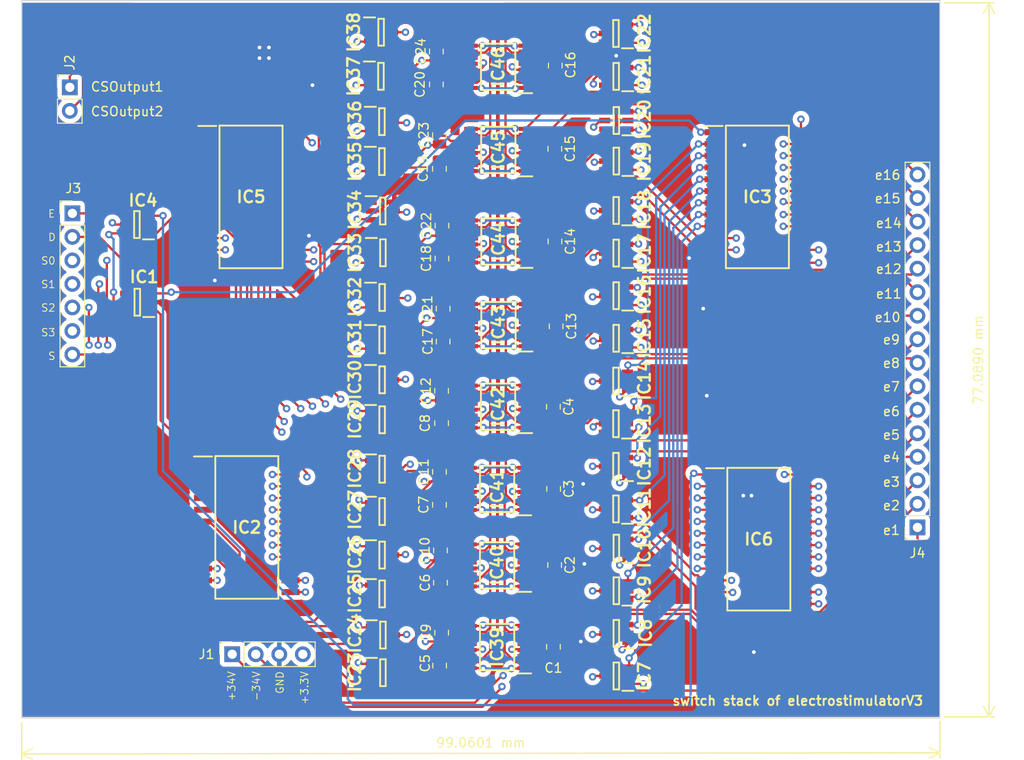
<source format=kicad_pcb>
(kicad_pcb (version 20221018) (generator pcbnew)
  (layers (0 "F.Cu" signal) (1 "In1.Cu" signal) (2 "In2.Cu" power) (31 "B.Cu" signal) (34 "B.Paste" user) (35 "F.Paste" user) (36 "B.SilkS" user "B.Silkscreen") (37 "F.SilkS" user "F.Silkscreen") (38 "B.Mask" user) (39 "F.Mask" user) (44 "Edge.Cuts" user))
  (net 0 "")
  (net 1 "+34V")
  (net 2 "GND")
  (net 3 "-34V")
  (net 4 "+3.3V")
  (net 5 "Net-(IC1-B2)")
  (net 6 "Net-(IC1-B1)")
  (net 7 "D_control")
  (net 8 "S")
  (net 9 "D8_2")
  (net 10 "D7_2")
  (net 11 "D6_2")
  (net 12 "D5_2")
  (net 13 "D4_2")
  (net 14 "D3_2")
  (net 15 "D2_2")
  (net 16 "D1_2")
  (net 17 "S0")
  (net 18 "S1")
  (net 19 "S3")
  (net 20 "S2")
  (net 21 "D16_2")
  (net 22 "D15_2")
  (net 23 "D14_2")
  (net 24 "D13_2")
  (net 25 "D12_2")
  (net 26 "D11_2")
  (net 27 "D10_2")
  (net 28 "D9_2")
  (net 29 "D8_1")
  (net 30 "D7_1")
  (net 31 "D6_1")
  (net 32 "D5_1")
  (net 33 "D4_1")
  (net 34 "D3_1")
  (net 35 "D2_1")
  (net 36 "D1_1")
  (net 37 "D16_1")
  (net 38 "D15_1")
  (net 39 "D14_1")
  (net 40 "D13_1")
  (net 41 "D12_1")
  (net 42 "D11_1")
  (net 43 "D10_1")
  (net 44 "D9_1")
  (net 45 "Net-(IC4-B2)")
  (net 46 "Net-(IC4-B1)")
  (net 47 "E_control")
  (net 48 "E8_2")
  (net 49 "E7_2")
  (net 50 "E6_2")
  (net 51 "E5_2")
  (net 52 "E4_2")
  (net 53 "E3_2")
  (net 54 "E2_2")
  (net 55 "E1_2")
  (net 56 "E16_2")
  (net 57 "E15_2")
  (net 58 "E14_2")
  (net 59 "E13_2")
  (net 60 "E12_2")
  (net 61 "E11_2")
  (net 62 "E10_2")
  (net 63 "E9_2")
  (net 64 "E8_1")
  (net 65 "E7_1")
  (net 66 "E6_1")
  (net 67 "E5_1")
  (net 68 "E4_1")
  (net 69 "E3_1")
  (net 70 "E2_1")
  (net 71 "E1_1")
  (net 72 "E16_1")
  (net 73 "E15_1")
  (net 74 "E14_1")
  (net 75 "E13_1")
  (net 76 "E12_1")
  (net 77 "E11_1")
  (net 78 "E10_1")
  (net 79 "E9_1")
  (net 80 "Q1_1")
  (net 81 "Q2_1")
  (net 82 "Q3_1")
  (net 83 "Q4_1")
  (net 84 "Q5_1")
  (net 85 "Q6_1")
  (net 86 "Q7_1")
  (net 87 "Q9_1")
  (net 88 "Q10_1")
  (net 89 "Q11_1")
  (net 90 "Q12_1")
  (net 91 "Q8_1")
  (net 92 "Q13_1")
  (net 93 "Q14_1")
  (net 94 "Q15_1")
  (net 95 "Q16_1")
  (net 96 "Q1_2")
  (net 97 "Q2_2")
  (net 98 "Q3_2")
  (net 99 "Q4_2")
  (net 100 "Q5_2")
  (net 101 "Q6_2")
  (net 102 "Q7_2")
  (net 103 "Q8_2")
  (net 104 "Q9_2")
  (net 105 "Q10_2")
  (net 106 "Q11_2")
  (net 107 "Q12_2")
  (net 108 "Q13_2")
  (net 109 "Q14_2")
  (net 110 "Q15_2")
  (net 111 "Q16_2")
  (net 112 "e1")
  (net 113 "CSOutput1")
  (net 114 "e2")
  (net 115 "CSOutput2")
  (net 116 "e3")
  (net 117 "e4")
  (net 118 "e5")
  (net 119 "e6")
  (net 120 "e7")
  (net 121 "e8")
  (net 122 "e9")
  (net 123 "e10")
  (net 124 "e11")
  (net 125 "e12")
  (net 126 "e13")
  (net 127 "e14")
  (net 128 "e15")
  (net 129 "e16")
  (footprint "max14757eue:SOP65P640X110-16N" (layer "F.Cu") (at 144.89 119.54 180)
    (fp_text reference "IC41")
    (fp_text value "MAX14757EUE+T" hide)
  )
  (footprint "Capacitor_SMD:C_0805_2012Metric" (layer "F.Cu") (at 138.336 72.31 90)
    (fp_text reference "C24")
    (fp_text value "1uF")
  )
  (footprint "Capacitor_SMD:C_0805_2012Metric" (layer "F.Cu") (at 139.065 103.632 -90)
    (fp_text reference "C17")
    (fp_text value "1uF")
  )
  (footprint "Capacitor_SMD:C_0805_2012Metric" (layer "F.Cu") (at 151.096 127.762 90)
    (fp_text reference "C2")
    (fp_text value "1uF")
  )
  (footprint "max14757eue:SOP65P640X110-16N" (layer "F.Cu") (at 145 73.964 180)
    (fp_text reference "IC46")
    (fp_text value "MAX14757EUE+T" hide)
  )
  (footprint "74lvc1g373dbvre4:SOT95P280X145-6N" (layer "F.Cu") (at 106.065 99.38 180)
    (fp_text reference "IC1")
    (fp_text value "SN74LVC1G3157DBVR" hide)
  )
  (footprint "74lvc1g373dbvre4:SOT95P280X145-6N" (layer "F.Cu") (at 132.568 139.385)
    (fp_text reference "IC23")
    (fp_text value "74LVC1G373DBVRE4" hide)
  )
  (footprint "Capacitor_SMD:C_0805_2012Metric" (layer "F.Cu") (at 151.163 73.834 90)
    (fp_text reference "C16")
    (fp_text value "1uF")
  )
  (footprint "Capacitor_SMD:C_0805_2012Metric" (layer "F.Cu") (at 139.065 100.076 90)
    (fp_text reference "C21")
    (fp_text value "1uF")
  )
  (footprint "max14757eue:SOP65P640X110-16N" (layer "F.Cu") (at 144.89 136.614 180)
    (fp_text reference "IC39")
    (fp_text value "MAX14757EUE+T" hide)
  )
  (footprint "74lvc1g373dbvre4:SOT95P280X145-6N" (layer "F.Cu") (at 132.548 89.535)
    (fp_text reference "IC34")
    (fp_text value "74LVC1G373DBVRE4" hide)
  )
  (footprint "Capacitor_SMD:C_0805_2012Metric" (layer "F.Cu") (at 138.336 75.866 -90)
    (fp_text reference "C20")
    (fp_text value "1uF")
  )
  (footprint "Capacitor_SMD:C_0805_2012Metric" (layer "F.Cu") (at 138.938 91.11 90)
    (fp_text reference "C22")
    (fp_text value "1uF")
  )
  (footprint "74lvc1g373dbvre4:SOT95P280X145-6N" (layer "F.Cu") (at 157.754 84.145 180)
    (fp_text reference "IC19")
    (fp_text value "74LVC1G373DBVRE4" hide)
  )
  (footprint "74lvc1g373dbvre4:SOT95P280X145-6N" (layer "F.Cu") (at 106.025 90.998 180)
    (fp_text reference "IC4")
    (fp_text value "SN74LVC1G3157DBVR" hide)
  )
  (footprint "Capacitor_SMD:C_0805_2012Metric" (layer "F.Cu") (at 138.667 121.257 -90)
    (fp_text reference "C7")
    (fp_text value "1uF")
  )
  (footprint "74lvc1g373dbvre4:SOT95P280X145-6N" (layer "F.Cu") (at 157.754 125.938 180)
    (fp_text reference "IC10")
    (fp_text value "74LVC1G373DBVRE4" hide)
  )
  (footprint "74lvc1g373dbvre4:SOT95P280X145-6N" (layer "F.Cu") (at 132.481 98.872)
    (fp_text reference "IC32")
    (fp_text value "74LVC1G373DBVRE4" hide)
  )
  (footprint "cd74hc4067m:SOIC127P1030X265-24N" (layer "F.Cu") (at 172.974 88.011)
    (fp_text reference "IC3")
    (fp_text value "CD74HC4067M" hide)
  )
  (footprint "Capacitor_SMD:C_0805_2012Metric" (layer "F.Cu") (at 138.938 94.666 -90)
    (fp_text reference "C18")
    (fp_text value "1uF")
  )
  (footprint "Capacitor_SMD:C_0805_2012Metric" (layer "F.Cu") (at 138.777 129.667 -90)
    (fp_text reference "C6")
    (fp_text value "1uF")
  )
  (footprint "Capacitor_SMD:C_0805_2012Metric" (layer "F.Cu") (at 151.257 101.981 90)
    (fp_text reference "C13")
    (fp_text value "1uF")
  )
  (footprint "74lvc1g373dbvre4:SOT95P280X145-6N" (layer "F.Cu") (at 132.481 121.986)
    (fp_text reference "IC27")
    (fp_text value "74LVC1G373DBVRE4" hide)
  )
  (footprint "74lvc1g373dbvre4:SOT95P280X145-6N" (layer "F.Cu") (at 132.481 112.08)
    (fp_text reference "IC29")
    (fp_text value "74LVC1G373DBVRE4" hide)
  )
  (footprint "74lvc1g373dbvre4:SOT95P280X145-6N" (layer "F.Cu") (at 132.461 84.201)
    (fp_text reference "IC35")
    (fp_text value "74LVC1G373DBVRE4" hide)
  )
  (footprint "74lvc1g373dbvre4:SOT95P280X145-6N" (layer "F.Cu") (at 132.568 135.321)
    (fp_text reference "IC24")
    (fp_text value "74LVC1G373DBVRE4" hide)
  )
  (footprint "Capacitor_SMD:C_0805_2012Metric" (layer "F.Cu") (at 138.8975 112.443 -90)
    (fp_text reference "C8")
    (fp_text value "1uF")
  )
  (footprint "cd74hc4067m:SOIC127P1030X265-24N" (layer "F.Cu") (at 117.882 123.698)
    (fp_text reference "IC2")
    (fp_text value "CD74HC4067M" hide)
  )
  (footprint "74lvc1g373dbvre4:SOT95P280X145-6N" (layer "F.Cu") (at 157.734 94.079 180)
    (fp_text reference "IC17")
    (fp_text value "74LVC1G373DBVRE4" hide)
  )
  (footprint "Capacitor_SMD:C_0805_2012Metric" (layer "F.Cu") (at 150.969 136.588 90)
    (fp_text reference "C1")
    (fp_text value "1uF")
  )
  (footprint "Capacitor_SMD:C_0805_2012Metric" (layer "F.Cu") (at 150.986 119.54 90)
    (fp_text reference "C3")
    (fp_text value "1uF")
  )
  (footprint "74lvc1g373dbvre4:SOT95P280X145-6N" (layer "F.Cu") (at 157.734 98.679 180)
    (fp_text reference "IC16")
    (fp_text value "74LVC1G373DBVRE4" hide)
  )
  (footprint "74lvc1g373dbvre4:SOT95P280X145-6N" (layer "F.Cu") (at 132.374 70.231)
    (fp_text reference "IC38")
    (fp_text value "74LVC1G373DBVRE4" hide)
  )
  (footprint "74lvc1g373dbvre4:SOT95P280X145-6N" (layer "F.Cu") (at 157.754 130.538 180)
    (fp_text reference "IC9")
    (fp_text value "74LVC1G373DBVRE4" hide)
  )
  (footprint "Capacitor_SMD:C_0805_2012Metric" (layer "F.Cu") (at 151.113 82.816 90)
    (fp_text reference "C15")
    (fp_text value "1uF")
  )
  (footprint "74lvc1g373dbvre4:SOT95P280X145-6N" (layer "F.Cu") (at 132.354 74.991)
    (fp_text reference "IC37")
    (fp_text value "74LVC1G373DBVRE4" hide)
  )
  (footprint "max14757eue:SOP65P640X110-16N" (layer "F.Cu") (at 145.017 82.943 180)
    (fp_text reference "IC45")
    (fp_text value "MAX14757EUE+T" hide)
  )
  (footprint "Capacitor_SMD:C_0805_2012Metric" (layer "F.Cu") (at 138.8975 108.948 90)
    (fp_text reference "C12")
    (fp_text value "1uF")
  )
  (footprint "Connector_PinHeader_2.54mm:PinHeader_1x07_P2.54mm_Vertical" (layer "F.Cu") (at 99.06 89.789)
    (fp_text reference "J3")
    (fp_text value "Conn_01x07_Socket")
  )
  (footprint "Connector_PinSocket_2.54mm:PinSocket_1x16_P2.54mm_Vertical" (layer "F.Cu") (at 190.246 123.698 180)
    (fp_text reference "J4")
    (fp_text value "Conn_01x16_Pin")
  )
  (footprint "74lvc1g373dbvre4:SOT95P280X145-6N" (layer "F.Cu") (at 157.734 75.001 180)
    (fp_text reference "IC21")
    (fp_text value "74LVC1G373DBVRE4" hide)
  )
  (footprint "74lvc1g373dbvre4:SOT95P280X145-6N" (layer "F.Cu") (at 157.754 139.738 180)
    (fp_text reference "IC7")
    (fp_text value "74LVC1G373DBVRE4" hide)
  )
  (footprint "Capacitor_SMD:C_0805_2012Metric" (layer "F.Cu") (at 138.684 138.62 -90)
    (fp_text reference "C5")
    (fp_text value "1uF")
  )
  (footprint "74lvc1g373dbvre4:SOT95P280X145-6N" (layer "F.Cu") (at 157.754 79.761 180)
    (fp_text reference "IC20")
    (fp_text value "74LVC1G373DBVRE4" hide)
  )
  (footprint "74lvc1g373dbvre4:SOT95P280X145-6N" (layer "F.Cu") (at 157.754 135.138 180)
    (fp_text reference "IC8")
    (fp_text value "74LVC1G373DBVRE4" hide)
  )
  (footprint "74lvc1g373dbvre4:SOT95P280X145-6N" (layer "F.Cu") (at 132.481 107.762)
    (fp_text reference "IC30")
    (fp_text value "74LVC1G373DBVRE4" hide)
  )
  (footprint "74lvc1g373dbvre4:SOT95P280X145-6N" (layer "F.Cu") (at 157.734 103.279 180)
    (fp_text reference "IC15")
    (fp_text value "74LVC1G373DBVRE4" hide)
  )
  (footprint "cd74hc4067m:SOIC127P1030X265-24N" (layer "F.Cu") (at 118.338 88.011)
    (fp_text reference "IC5")
    (fp_text value "CD74HC4067M" hide)
  )
  (footprint "Connector_PinHeader_2.54mm:PinHeader_1x02_P2.54mm_Vertical" (layer "F.Cu") (at 98.781 76.18)
    (fp_text reference "J2")
    (fp_text value "Conn_01x02_Socket")
  )
  (footprint "Capacitor_SMD:C_0805_2012Metric" (layer "F.Cu") (at 150.9625 110.665 90)
    (fp_text reference "C4")
    (fp_text value "1uF")
  )
  (footprint "Connector_PinSocket_2.54mm:PinSocket_1x04_P2.54mm_Vertical" (layer "F.Cu") (at 116.307 137.394 90)
    (fp_text reference "J1")
    (fp_text value "Conn_01x04_Socket")
  )
  (footprint "Capacitor_SMD:C_0805_2012Metric" (layer "F.Cu") (at 138.667 84.975 -90)
    (fp_text reference "C19")
    (fp_text value "1uF")
  )
  (footprint "74lvc1g373dbvre4:SOT95P280X145-6N" (layer "F.Cu") (at 132.481 126.685)
    (fp_text reference "IC26")
    (fp_text value "74LVC1G373DBVRE4" hide)
  )
  (footprint "74lvc1g373dbvre4:SOT95P280X145-6N" (layer "F.Cu") (at 157.714 70.368 180)
    (fp_text reference "IC22")
    (fp_text value "74LVC1G373DBVRE4" hide)
  )
  (footprint "max14757eue:SOP65P640X110-16N" (layer "F.Cu") (at 144.9935 110.665 180)
    (fp_text reference "IC42")
    (fp_text value "MAX14757EUE+T" hide)
  )
  (footprint "Capacitor_SMD:C_0805_2012Metric" (layer "F.Cu") (at 138.904 135.064 90)
    (fp_text reference "C9")
    (fp_text value "1uF")
  )
  (footprint "74lvc1g373dbvre4:SOT95P280X145-6N" (layer "F.Cu") (at 132.461 79.883)
    (fp_text reference "IC36")
    (fp_text value "74LVC1G373DBVRE4" hide)
  )
  (footprint "74lvc1g373dbvre4:SOT95P280X145-6N" (layer "F.Cu") (at 132.481 130.876)
    (fp_text reference "IC25")
    (fp_text value "74LVC1G373DBVRE4" hide)
  )
  (footprint "cd74hc4067m:SOIC127P1030X265-24N" (layer "F.Cu") (at 173.127 124.968)
    (fp_text reference "IC6")
    (fp_text value "CD74HC4067M" hide)
  )
  (footprint "Capacitor_SMD:C_0805_2012Metric" (layer "F.Cu") (at 138.667 117.696 90)
    (fp_text reference "C11")
    (fp_text value "1uF")
  )
  (footprint "Capacitor_SMD:C_0805_2012Metric" (layer "F.Cu") (at 151.13 92.822 90)
    (fp_text reference "C14")
    (fp_text value "1uF")
  )
  (footprint "max14757eue:SOP65P640X110-16N" (layer "F.Cu") (at 144.89 127.803 180)
    (fp_text reference "IC40")
    (fp_text value "MAX14757EUE+T" hide)
  )
  (footprint "max14757eue:SOP65P640X110-16N" (layer "F.Cu") (at 145.034 92.822 180)
    (fp_text reference "IC44")
    (fp_text value "MAX14757EUE+T" hide)
  )
  (footprint "74lvc1g373dbvre4:SOT95P280X145-6N" (layer "F.Cu") (at 157.714 112.499 180)
    (fp_text reference "IC13")
    (fp_text value "74LVC1G373DBVRE4" hide)
  )
  (footprint "74lvc1g373dbvre4:SOT95P280X145-6N" (layer "F.Cu") (at 157.714 121.699 180)
    (fp_text reference "IC11")
    (fp_text value "74LVC1G373DBVRE4" hide)
  )
  (footprint "74lvc1g373dbvre4:SOT95P280X145-6N" (layer "F.Cu") (at 157.714 117.099 180)
    (fp_text reference "IC12")
    (fp_text value "74LVC1G373DBVRE4" hide)
  )
  (footprint "74lvc1g373dbvre4:SOT95P280X145-6N" (layer "F.Cu") (at 132.481 103.444)
    (fp_text reference "IC31")
    (fp_text value "74LVC1G373DBVRE4" hide)
  )
  (footprint "74lvc1g373dbvre4:SOT95P280X145-6N" (layer "F.Cu") (at 132.568 94.046)
    (fp_text reference "IC33")
    (fp_text value "74LVC1G373DBVRE4" hide)
  )
  (footprint "74lvc1g373dbvre4:SOT95P280X145-6N" (layer "F.Cu") (at 157.714 107.899 180)
    (fp_text reference "IC14")
    (fp_text value "74LVC1G373DBVRE4" hide)
  )
  (footprint "Capacitor_SMD:C_0805_2012Metric" (layer "F.Cu") (at 138.777 126.177 90)
    (fp_text reference "C10")
    (fp_text value "1uF")
  )
  (footprint "74lvc1g373dbvre4:SOT95P280X145-6N" (layer "F.Cu") (at 157.734 89.479 180)
    (fp_text reference "IC18")
    (fp_text value "74LVC1G373DBVRE4" hide)
  )
  (footprint "74lvc1g373dbvre4:SOT95P280X145-6N" (layer "F.Cu") (at 132.481 117.414)
    (fp_text reference "IC28")
    (fp_text value "74LVC1G373DBVRE4" hide)
  )
  (footprint "Capacitor_SMD:C_0805_2012Metric" (layer "F.Cu") (at 138.667 81.353 90)
    (fp_text reference "C23")
    (fp_text value "1uF")
  )
  (footprint "max14757eue:SOP65P640X110-16N" (layer "F.Cu") (at 145.034 101.854 180)
    (fp_text reference "IC43")
    (fp_text value "MAX14757EUE+T" hide)
  )
  (gr_rect (start 93.599 66.802) (end 192.659 144.272) (stroke (width 0.1)) (fill none) (layer "Edge.Cuts"))
  (gr_text "+34V" (at 116.713 142.494 90) (layer "F.SilkS") (effects (font (size 0.8 0.8) (thickness 0.1)) (justify left bottom)))
  (gr_text "e15" (at 185.547 88.773) (layer "F.SilkS") (effects (font (size 1 1)) (justify left bottom)))
  (gr_text "S1" (at 95.631 97.917) (layer "F.SilkS") (effects (font (size 0.8 0.8) (thickness 0.1)) (justify left bottom)))
  (gr_text "D" (at 96.393 92.837) (layer "F.SilkS") (effects (font (size 0.8 0.8) (thickness 0.1)) (justify left bottom)))
  (gr_text "e14" (at 185.674 91.44) (layer "F.SilkS") (effects (font (size 1 1)) (justify left bottom)))
  (gr_text "e6" (at 186.436 111.76) (layer "F.SilkS") (effects (font (size 1 1)) (justify left bottom)))
  (gr_text "e10" (at 185.547 101.6) (layer "F.SilkS") (effects (font (size 1 1)) (justify left bottom)))
  (gr_text "e13" (at 185.674 93.98) (layer "F.SilkS") (effects (font (size 1 1)) (justify left bottom)))
  (gr_text "CSOutput2" (at 100.965 79.375) (layer "F.SilkS") (effects (font (size 1 1)) (justify left bottom)))
  (gr_text "e16" (at 185.547 86.233) (layer "F.SilkS") (effects (font (size 1 1)) (justify left bottom)))
  (gr_text "S2" (at 95.631 100.457) (layer "F.SilkS") (effects (font (size 0.8 0.8) (thickness 0.1)) (justify left bottom)))
  (gr_text "e11" (at 185.674 99.06) (layer "F.SilkS") (effects (font (size 1 1)) (justify left bottom)))
  (gr_text "+3.3V" (at 124.587 142.875 90) (layer "F.SilkS") (effects (font (size 0.8 0.8) (thickness 0.1)) (justify left bottom)))
  (gr_text "switch stack of electrostimulatorV3" (at 163.703 143.002) (layer "F.SilkS") (effects (font (size 1 1) (thickness 0.2) bold) (justify left bottom)))
  (gr_text "e12" (at 185.674 96.393) (layer "F.SilkS") (effects (font (size 1 1)) (justify left bottom)))
  (gr_text "-34V" (at 119.38 142.494 90) (layer "F.SilkS") (effects (font (size 0.8 0.8) (thickness 0.1)) (justify left bottom)))
  (gr_text "e5" (at 186.436 114.3) (layer "F.SilkS") (effects (font (size 1 1)) (justify left bottom)))
  (gr_text "e7" (at 186.436 109.093) (layer "F.SilkS") (effects (font (size 1 1)) (justify left bottom)))
  (gr_text "e3" (at 186.436 119.38) (layer "F.SilkS") (effects (font (size 1 1)) (justify left bottom)))
  (gr_text "e8" (at 186.436 106.553) (layer "F.SilkS") (effects (font (size 1 1)) (justify left bottom)))
  (gr_text "E" (at 96.393 90.297) (layer "F.SilkS") (effects (font (size 0.8 0.8) (thickness 0.1)) (justify left bottom)))
  (gr_text "e4" (at 186.436 116.713) (layer "F.SilkS") (effects (font (size 1 1)) (justify left bottom)))
  (gr_text "e1" (at 186.436 124.587) (layer "F.SilkS") (effects (font (size 1 1)) (justify left bottom)))
  (gr_text "S" (at 96.393 105.664) (layer "F.SilkS") (effects (font (size 0.8 0.8) (thickness 0.1)) (justify left bottom)))
  (gr_text "S0" (at 95.631 95.377) (layer "F.SilkS") (effects (font (size 0.8 0.8) (thickness 0.1)) (justify left bottom)))
  (gr_text "e9" (at 186.436 104.013) (layer "F.SilkS") (effects (font (size 1 1)) (justify left bottom)))
  (gr_text "e2" (at 186.436 121.92) (layer "F.SilkS") (effects (font (size 1 1)) (justify left bottom)))
  (gr_text "CSOutput1" (at 100.965 76.708) (layer "F.SilkS") (effects (font (size 1 1)) (justify left bottom)))
  (gr_text "S3" (at 95.631 103.124) (layer "F.SilkS") (effects (font (size 0.8 0.8) (thickness 0.1)) (justify left bottom)))
  (gr_text "GND" (at 121.92 141.732 90) (layer "F.SilkS") (effects (font (size 0.8 0.8) (thickness 0.1)) (justify left bottom)))
  (dimension (type aligned) (layer "F.SilkS") (pts (xy 192.659 67.056) (xy 192.659 144.145)) (height -5.3086) (gr_text "77.0890 mm" (at 196.8176 105.6005 90) (layer "F.SilkS") (effects (font (size 1 1) (thickness 0.15)))) (format (prefix "") (suffix "") (units 3) (units_format 1) (precision 4)) (style (thickness 0.15) (arrow_length 1.27) (text_position_mode 0) (extension_height 0.58642) (extension_offset 0.5) keep_text_aligned))
  (dimension (type aligned) (layer "F.SilkS") (pts (xy 93.599 144.272) (xy 192.659 144.145)) (height 3.887522) (gr_text "99.0601 mm" (at 143.13251 146.94602 0.07345608734) (layer "F.SilkS") (effects (font (size 1 1) (thickness 0.15)))) (format (prefix "") (suffix "") (units 3) (units_format 1) (precision 4)) (style (thickness 0.15) (arrow_length 1.27) (text_position_mode 0) (extension_height 0.58642) (extension_offset 0.5) keep_text_aligned))
  (segment (start 139.4005 110.99) (end 138.8975 111.493) (width 0.25) (layer "F.Cu") (net 1))
  (segment (start 138.963 74.289) (end 138.336 74.916) (width 0.25) (layer "F.Cu") (net 1))
  (segment (start 145.415 140.8805) (end 145.415 140.97) (width 0.25) (layer "F.Cu") (net 1))
  (segment (start 143.314 143.071) (end 121.984 143.071) (width 0.25) (layer "F.Cu") (net 1))
  (segment (start 143.391451 83.193451) (end 142.153549 83.193451) (width 0.25) (layer "F.Cu") (net 1))
  (segment (start 141.952 119.865) (end 139.109 119.865) (width 0.25) (layer "F.Cu") (net 1))
  (segment (start 139.109 119.865) (end 138.667 120.307) (width 0.25) (layer "F.Cu") (net 1))
  (segment (start 142.062 74.289) (end 138.963 74.289) (width 0.25) (layer "F.Cu") (net 1))
  (segment (start 143.4205 73.918) (end 143.0495 74.289) (width 0.25) (layer "F.Cu") (net 1))
  (segment (start 141.952 128.128) (end 139.366 128.128) (width 0.25) (layer "F.Cu") (net 1))
  (segment (start 143.247902 136.906) (end 141.985 136.906) (width 0.25) (layer "F.Cu") (net 1))
  (segment (start 145.415 140.97) (end 143.314 143.071) (width 0.25) (layer "F.Cu") (net 1))
  (segment (start 141.952 136.939) (end 140.077 136.939) (width 0.25) (layer "F.Cu") (net 1))
  (segment (start 143.183548 128.070549) (end 142.009451 128.070549) (width 0.25) (layer "F.Cu") (net 1))
  (segment (start 139.366 128.128) (end 138.777 128.717) (width 0.25) (layer "F.Cu") (net 1))
  (segment (start 142.079 83.268) (end 139.424 83.268) (width 0.25) (layer "F.Cu") (net 1))
  (segment (start 142.096 93.147) (end 139.507 93.147) (width 0.25) (layer "F.Cu") (net 1))
  (segment (start 139.346 137.67) (end 138.904 137.67) (width 0.25) (layer "F.Cu") (net 1))
  (segment (start 140.077 136.939) (end 139.346 137.67) (width 0.25) (layer "F.Cu") (net 1))
  (segment (start 143.315451 136.838451) (end 143.247902 136.906) (width 0.25) (layer "F.Cu") (net 1))
  (segment (start 143.0495 74.289) (end 142.062 74.289) (width 0.25) (layer "F.Cu") (net 1))
  (segment (start 142.0555 110.99) (end 139.4005 110.99) (width 0.25) (layer "F.Cu") (net 1))
  (segment (start 142.096 102.179) (end 139.568 102.179) (width 0.25) (layer "F.Cu") (net 1))
  (segment (start 143.340148 110.943254) (end 142.102246 110.943254) (width 0.25) (layer "F.Cu") (net 1))
  (segment (start 143.342951 102.194951) (end 142.111951 102.194951) (width 0.25) (layer "F.Cu") (net 1))
  (segment (start 143.316951 93.147) (end 142.096 93.147) (width 0.25) (layer "F.Cu") (net 1))
  (segment (start 121.984 143.071) (end 116.307 137.394) (width 0.25) (layer "F.Cu") (net 1))
  (segment (start 139.568 102.179) (end 139.065 102.682) (width 0.25) (layer "F.Cu") (net 1))
  (segment (start 143.4205 93.043451) (end 143.316951 93.147) (width 0.25) (layer "F.Cu") (net 1))
  (segment (start 139.507 93.147) (end 138.938 93.716) (width 0.25) (layer "F.Cu") (net 1))
  (segment (start 143.274951 119.779951) (end 142.037049 119.779951) (width 0.25) (layer "F.Cu") (net 1))
  (segment (start 143.4205 73.533) (end 143.4205 73.918) (width 0.25) (layer "F.Cu") (net 1))
  (segment (start 139.424 83.268) (end 138.667 84.025) (width 0.25) (layer "F.Cu") (net 1))
  (via (at 143.183548 128.070549) (size 0.8) (drill 0.4) (layers "F.Cu" "B.Cu") (net 1))
  (via (at 143.4205 73.533) (size 0.8) (drill 0.4) (layers "F.Cu" "B.Cu") (net 1))
  (via (at 143.315451 136.838451) (size 0.8) (drill 0.4) (layers "F.Cu" "B.Cu") (net 1))
  (via (at 143.391451 83.193451) (size 0.8) (drill 0.4) (layers "F.Cu" "B.Cu") (net 1))
  (via (at 143.274951 119.779951) (size 0.8) (drill 0.4) (layers "F.Cu" "B.Cu") (net 1))
  (via (at 145.415 140.8805) (size 0.8) (drill 0.4) (layers "F.Cu" "B.Cu") (net 1))
  (via (at 143.340148 110.943254) (size 0.8) (drill 0.4) (layers "F.Cu" "B.Cu") (net 1))
  (via (at 143.342951 102.194951) (size 0.8) (drill 0.4) (layers "F.Cu" "B.Cu") (net 1))
  (via (at 143.4205 93.043451) (size 0.8) (drill 0.4) (layers "F.Cu" "B.Cu") (net 1))
  (segment (start 157.434 95.029) (end 158.384 94.079) (width 0.25) (layer "F.Cu") (net 2))
  (segment (start 157.454 80.711) (end 158.404 79.761) (width 0.25) (layer "F.Cu") (net 2))
  (segment (start 150.361 119.215) (end 150.986 118.59) (width 0.25) (layer "F.Cu") (net 2))
  (segment (start 150.361 82.618) (end 151.113 81.866) (width 0.25) (layer "F.Cu") (net 2))
  (segment (start 147.828 127.478) (end 150.43 127.478) (width 0.25) (layer "F.Cu") (net 2))
  (segment (start 157.454 131.488) (end 158.404 130.538) (width 0.25) (layer "F.Cu") (net 2))
  (segment (start 133.131 129.926) (end 133.731 129.926) (width 0.25) (layer "F.Cu") (net 2))
  (segment (start 157.454 126.888) (end 158.404 125.938) (width 0.25) (layer "F.Cu") (net 2))
  (segment (start 132.074 70.231) (end 133.024 69.281) (width 0.25) (layer "F.Cu") (net 2))
  (segment (start 132.248 89.535) (end 133.198 88.585) (width 0.25) (layer "F.Cu") (net 2))
  (segment (start 158.284 75.001) (end 158.984 75.001) (width 0.25) (layer "F.Cu") (net 2))
  (segment (start 132.054 74.991) (end 133.004 74.041) (width 0.25) (layer "F.Cu") (net 2))
  (segment (start 132.268 135.321) (end 133.218 134.371) (width 0.25) (layer "F.Cu") (net 2))
  (segment (start 123.063 92.456) (end 124.333 92.456) (width 0.25) (layer "F.Cu") (net 2))
  (segment (start 150.505 92.497) (end 151.13 91.872) (width 0.25) (layer "F.Cu") (net 2))
  (segment (start 133.218 93.096) (end 133.818 93.096) (width 0.25) (layer "F.Cu") (net 2))
  (segment (start 133.111 78.933) (end 133.711 78.933) (width 0.25) (layer "F.Cu") (net 2))
  (segment (start 106.746 99.38) (end 107.315 99.38) (width 0.25) (layer "F.Cu") (net 2))
  (segment (start 157.434 90.429) (end 158.384 89.479) (width 0.25) (layer "F.Cu") (net 2))
  (segment (start 132.268 94.046) (end 133.218 93.096) (width 0.25) (layer "F.Cu") (net 2))
  (segment (start 157.414 108.849) (end 158.364 107.899) (width 0.25) (layer "F.Cu") (net 2))
  (segment (start 132.181 126.685) (end 133.131 125.735) (width 0.25) (layer "F.Cu") (net 2))
  (segment (start 133.131 121.036) (end 133.731 121.036) (width 0.25) (layer "F.Cu") (net 2))
  (segment (start 133.024 69.281) (end 133.624 69.281) (width 0.25) (layer "F.Cu") (net 2))
  (segment (start 158.384 94.079) (end 158.984 94.079) (width 0.25) (layer "F.Cu") (net 2))
  (segment (start 158.364 107.899) (end 158.964 107.899) (width 0.25) (layer "F.Cu") (net 2))
  (segment (start 158.364 121.699) (end 158.964 121.699) (width 0.25) (layer "F.Cu") (net 2))
  (segment (start 157.454 85.095) (end 158.404 84.145) (width 0.25) (layer "F.Cu") (net 2))
  (segment (start 147.828 119.215) (end 150.361 119.215) (width 0.25) (layer "F.Cu") (net 2))
  (segment (start 150.318 136.289) (end 150.969 135.638) (width 0.25) (layer "F.Cu") (net 2))
  (segment (start 131.231 130.876) (end 132.181 130.876) (width 0.25) (layer "F.Cu") (net 2))
  (segment (start 131.124 70.231) (end 132.074 70.231) (width 0.25) (layer "F.Cu") (net 2))
  (segment (start 157.414 71.318) (end 158.364 70.368) (width 0.25) (layer "F.Cu") (net 2))
  (segment (start 132.181 130.876) (end 133.131 129.926) (width 0.25) (layer "F.Cu") (net 2))
  (segment (start 147.955 82.618) (end 150.361 82.618) (width 0.25) (layer "F.Cu") (net 2))
  (segment (start 158.404 125.938) (end 159.004 125.938) (width 0.25) (layer "F.Cu") (net 2))
  (segment (start 156.484 99.629) (end 157.434 99.629) (width 0.25) (layer "F.Cu") (net 2))
  (segment (start 131.211 84.201) (end 132.161 84.201) (width 0.25) (layer "F.Cu") (net 2))
  (segment (start 132.161 84.201) (end 133.111 83.251) (width 0.25) (layer "F.Cu") (net 2))
  (segment (start 158.364 112.499) (end 158.964 112.499) (width 0.25) (layer "F.Cu") (net 2))
  (segment (start 156.464 108.849) (end 157.414 108.849) (width 0.25) (layer "F.Cu") (net 2))
  (segment (start 131.298 89.535) (end 132.248 89.535) (width 0.25) (layer "F.Cu") (net 2))
  (segment (start 158.404 84.145) (end 159.004 84.145) (width 0.25) (layer "F.Cu") (net 2))
  (segment (start 156.464 113.449) (end 157.414 113.449) (width 0.25) (layer "F.Cu") (net 2))
  (segment (start 157.454 136.088) (end 158.404 135.138) (width 0.25) (layer "F.Cu") (net 2))
  (segment (start 132.11 112.08) (end 133.06 111.13) (width 0.25) (layer "F.Cu") (net 2))
  (segment (start 158.384 89.479) (end 158.984 89.479) (width 0.25) (layer "F.Cu") (net 2))
  (segment (start 131.231 98.872) (end 132.181 98.872) (width 0.25) (layer "F.Cu") (net 2))
  (segment (start 133.131 102.494) (end 133.731 102.494) (width 0.25) (layer "F.Cu") (net 2))
  (segment (start 133.06 111.13) (end 133.731 111.13) (width 0.25) (layer "F.Cu") (net 2))
  (segment (start 132.161 79.883) (end 133.111 78.933) (width 0.25) (layer "F.Cu") (net 2))
  (segment (start 132.181 117.414) (end 133.131 116.464) (width 0.25) (layer "F.Cu") (net 2))
  (segment (start 147.938 73.639) (end 150.408 73.639) (width 0.25) (layer "F.Cu") (net 2))
  (segment (start 147.972 101.529) (end 150.759 101.529) (width 0.25) (layer "F.Cu") (net 2))
  (segment (start 156.504 126.888) (end 157.454 126.888) (width 0.25) (layer "F.Cu") (net 2))
  (segment (start 156.464 122.649) (end 157.414 122.649) (width 0.25) (layer "F.Cu") (net 2))
  (segment (start 133.218 134.371) (end 133.818 134.371) (width 0.25) (layer "F.Cu") (net 2))
  (segment (start 156.504 136.088) (end 157.454 136.088) (width 0.25) (layer "F.Cu") (net 2))
  (segment (start 106.35 98.984) (end 106.746 99.38) (width 0.25) (layer "F.Cu") (net 2))
  (segment (start 147.9315 110.34) (end 150.3375 110.34) (width 0.25) (layer "F.Cu") (net 2))
  (segment (start 157.454 140.688) (end 158.404 139.738) (width 0.25) (layer "F.Cu") (net 2))
  (segment (start 157.414 118.049) (end 158.364 117.099) (width 0.25) (layer "F.Cu") (net 2))
  (segment (start 133.131 125.735) (end 133.731 125.735) (width 0.25) (layer "F.Cu") (net 2))
  (segment (start 158.404 139.738) (end 159.004 139.738) (width 0.25) (layer "F.Cu") (net 2))
  (segment (start 150.408 73.639) (end 151.163 72.884) (width 0.25) (layer "F.Cu") (net 2))
  (segment (start 150.43 127.478) (end 151.096 126.812) (width 0.25) (layer "F.Cu") (net 2))
  (segment (start 158.404 79.761) (end 159.004 79.761) (width 0.25) (layer "F.Cu") (net 2))
  (segment (start 147.828 136.289) (end 150.318 136.289) (width 0.25) (layer "F.Cu") (net 2))
  (segment (start 132.181 121.986) (end 133.131 121.036) (width 0.25) (layer "F.Cu") (net 2))
  (segment (start 131.231 112.08) (end 132.11 112.08) (width 0.25) (layer "F.Cu") (net 2))
  (segment (start 158.404 130.538) (end 159.004 130.538) (width 0.25) (layer "F.Cu") (net 2))
  (segment (start 158.384 103.279) (end 158.984 103.279) (width 0.25) (layer "F.Cu") (net 2))
  (segment (start 133.111 83.251) (end 133.711 83.251) (width 0.25) (layer "F.Cu") (net 2))
  (segment (start 156.464 71.318) (end 157.414 71.318) (width 0.25) (layer "F.Cu") (net 2))
  (segment (start 156.484 104.229) (end 157.434 104.229) (width 0.25) (layer "F.Cu") (net 2))
  (segment (start 106.425 90.998) (end 106.35 91.073) (width 0.25) (layer "F.Cu") (net 2))
  (segment (start 132.268 139.385) (end 133.218 138.435) (width 0.25) (layer "F.Cu") (net 2))
  (segment (start 132.181 103.444) (end 133.131 102.494) (width 0.25) (layer "F.Cu") (net 2))
  (segment (start 107.275 90.998) (end 106.425 90.998) (width 0.25) (layer "F.Cu") (net 2))
  (segment (start 156.484 75.951) (end 157.334 75.951) (width 0.25) (layer "F.Cu") (net 2))
  (segment (start 124.333 92.456) (end 124.587 92.202) (width 0.25) (layer "F.Cu") (net 2))
  (segment (start 106.35 91.073) (end 106.35 98.984) (width 0.25) (layer "F.Cu") (net 2))
  (segment (start 156.504 85.095) (end 157.454 85.095) (width 0.25) (layer "F.Cu") (net 2))
  (segment (start 157.434 104.229) (end 158.384 103.279) (width 0.25) (layer "F.Cu") (net 2))
  (segment (start 131.318 139.385) (end 132.268 139.385) (width 0.25) (layer "F.Cu") (net 2))
  (segment (start 133.131 97.922) (end 133.731 97.922) (width 0.25) (layer "F.Cu") (net 2))
  (segment (start 150.3375 110.34) (end 150.9625 109.715) (width 0.25) (layer "F.Cu") (net 2))
  (segment (start 156.464 118.049) (end 157.414 118.049) (width 0.25) (layer "F.Cu") (net 2))
  (segment (start 132.181 98.872) (end 133.131 97.922) (width 0.25) (layer "F.Cu") (net 2))
  (segment (start 156.504 80.711) (end 157.454 80.711) (width 0.25) (layer "F.Cu") (net 2))
  (segment (start 157.414 113.449) (end 158.364 112.499) (width 0.25) (layer "F.Cu") (net 2))
  (segment (start 157.334 75.951) (end 158.284 75.001) (width 0.25) (layer "F.Cu") (net 2))
  (segment (start 156.504 140.688) (end 157.454 140.688) (width 0.25) (layer "F.Cu") (net 2))
  (segment (start 131.231 121.986) (end 132.181 121.986) (width 0.25) (layer "F.Cu") (net 2))
  (segment (start 156.504 131.488) (end 157.454 131.488) (width 0.25) (layer "F.Cu") (net 2))
  (segment (start 131.211 79.883) (end 132.161 79.883) (width 0.25) (layer "F.Cu") (net 2))
  (segment (start 158.364 117.099) (end 158.964 117.099) (width 0.25) (layer "F.Cu") (net 2))
  (segment (start 133.131 106.812) (end 133.731 106.812) (width 0.25) (layer "F.Cu") (net 2))
  (segment (start 156.484 95.029) (end 157.434 95.029) (width 0.25) (layer "F.Cu") (net 2))
  (segment (start 156.484 90.429) (end 157.434 90.429) (width 0.25) (layer "F.Cu") (net 2))
  (segment (start 131.104 74.991) (end 132.054 74.991) (width 0.25) (layer "F.Cu") (net 2))
  (segment (start 158.384 98.679) (end 158.984 98.679) (width 0.25) (layer "F.Cu") (net 2))
  (segment (start 131.231 107.762) (end 132.181 107.762) (width 0.25) (layer "F.Cu") (net 2))
  (segment (start 158.404 135.138) (end 159.004 135.138) (width 0.25) (layer "F.Cu") (net 2))
  (segment (start 131.318 94.046) (end 132.268 94.046) (width 0.25) (layer "F.Cu") (net 2))
  (segment (start 157.434 99.629) (end 158.384 98.679) (width 0.25) (layer "F.Cu") (net 2))
  (segment (start 133.218 138.435) (end 133.818 138.435) (width 0.25) (layer "F.Cu") (net 2))
  (segment (start 131.231 126.685) (end 132.181 126.685) (width 0.25) (layer "F.Cu") (net 2))
  (segment (start 131.318 135.321) (end 132.268 135.321) (width 0.25) (layer "F.Cu") (net 2))
  (segment (start 157.414 122.649) (end 158.364 121.699) (width 0.25) (layer "F.Cu") (net 2))
  (segment (start 133.004 74.041) (end 133.604 74.041) (width 0.25) (layer "F.Cu") (net 2))
  (segment (start 158.364 70.368) (end 158.964 70.368) (width 0.25) (layer "F.Cu") (net 2))
  (segment (start 131.231 117.414) (end 132.181 117.414) (width 0.25) (layer "F.Cu") (net 2))
  (segment (start 150.759 101.529) (end 151.257 101.031) (width 0.25) (layer "F.Cu") (net 2))
  (segment (start 147.972 92.497) (end 150.505 92.497) (width 0.25) (layer "F.Cu") (net 2))
  (segment (start 132.181 107.762) (end 133.131 106.812) (width 0.25) (layer "F.Cu") (net 2))
  (segment (start 133.131 116.464) (end 133.731 116.464) (width 0.25) (layer "F.Cu") (net 2))
  (segment (start 131.231 103.444) (end 132.181 103.444) (width 0.25) (layer "F.Cu") (net 2))
  (segment (start 133.198 88.585) (end 133.798 88.585) (width 0.25) (layer "F.Cu") (net 2))
  (via (at 165.608 94.615) (size 0.8) (drill 0.4) (layers "F.Cu" "B.Cu") (net 2))
  (via (at 124.968 75.946) (size 0.8) (drill 0.4) (layers "F.Cu" "B.Cu") (net 2))
  (via (at 119.253 71.882) (size 0.8) (drill 0.4) (layers "F.Cu" "B.Cu") (net 2))
  (via (at 154.305 127.635) (size 0.8) (drill 0.4) (layers "F.Cu" "B.Cu") (net 2))
  (via (at 157.734 72.771) (size 0.8) (drill 0.4) (layers "F.Cu" "B.Cu") (net 2))
  (via (at 171.45 120.269) (size 0.8) (drill 0.4) (layers "F.Cu" "B.Cu") (net 2))
  (via (at 167.132 100.076) (size 0.8) (drill 0.4) (layers "F.Cu" "B.Cu") (net 2))
  (via (at 171.577 82.423) (size 0.8) (drill 0.4) (layers "F.Cu" "B.Cu") (net 2))
  (via (at 114.427 97.028) (size 0.8) (drill 0.4) (layers "F.Cu" "B.Cu") (net 2))
  (via (at 167.513 109.474) (size 0.8) (drill 0.4) (layers "F.Cu" "B.Cu") (net 2))
  (via (at 120.269 71.882) (size 0.8) (drill 0.4) (layers "F.Cu" "B.Cu") (net 2))
  (via (at 120.269 73.025) (size 0.8) (drill 0.4) (layers "F.Cu" "B.Cu") (net 2))
  (via (at 119.253 73.025) (size 0.8) (drill 0.4) (layers "F.Cu" "B.Cu") (net 2))
  (via (at 172.339 120.269) (size 0.8) (drill 0.4) (layers "F.Cu" "B.Cu") (net 2))
  (via (at 154.178 118.999) (size 0.8) (drill 0.4) (layers "F.Cu" "B.Cu") (net 2))
  (via (at 153.924 136.017) (size 0.8) (drill 0.4) (layers "F.Cu" "B.Cu") (net 2))
  (via (at 124.587 92.202) (size 0.8) (drill 0.4) (layers "F.Cu" "B.Cu") (net 2))
  (via (at 172.593 137.16) (size 0.8) (drill 0.4) (layers "F.Cu" "B.Cu") (net 2))
  (segment (start 145.542 139.7) (end 145.415 139.7) (width 0.25) (layer "F.Cu") (net 3))
  (segment (start 150.512 128.128) (end 151.096 128.712) (width 0.25) (layer "F.Cu") (net 3))
  (segment (start 150.505 93.147) (end 151.13 93.772) (width 0.25) (layer "F.Cu") (net 3))
  (segment (start 146.5205 92.830964) (end 146.836536 93.147) (width 0.25) (layer "F.Cu") (net 3))
  (segment (start 147.972 102.179) (end 150.505 102.179) (width 0.25) (layer "F.Cu") (net 3))
  (segment (start 146.5205 73.966951) (end 146.842549 74.289) (width 0.25) (layer "F.Cu") (net 3))
  (segment (start 147.828 136.939) (end 150.37 136.939) (width 0.25) (layer "F.Cu") (net 3))
  (segment (start 150.361 119.865) (end 150.986 120.49) (width 0.25) (layer "F.Cu") (net 3))
  (segment (start 147.828 128.128) (end 150.512 128.128) (width 0.25) (layer "F.Cu") (net 3))
  (segment (start 146.481549 136.855451) (end 147.744451 136.855451) (width 0.25) (layer "F.Cu") (net 3))
  (segment (start 147.9315 110.99) (end 150.3375 110.99) (width 0.25) (layer "F.Cu") (net 3))
  (segment (start 145.415 139.7) (end 142.494 142.621) (width 0.25) (layer "F.Cu") (net 3))
  (segment (start 146.5205 101.854) (end 146.8455 102.179) (width 0.25) (layer "F.Cu") (net 3))
  (segment (start 142.494 142.621) (end 124.074 142.621) (width 0.25) (layer "F.Cu") (net 3))
  (segment (start 147.828 119.865) (end 150.361 119.865) (width 0.25) (layer "F.Cu") (net 3))
  (segment (start 146.842549 74.289) (end 147.938 74.289) (width 0.25) (layer "F.Cu") (net 3))
  (segment (start 124.074 142.621) (end 118.847 137.394) (width 0.25) (layer "F.Cu") (net 3))
  (segment (start 147.955 83.268) (end 150.615 83.268) (width 0.25) (layer "F.Cu") (net 3))
  (segment (start 146.8455 102.179) (end 147.972 102.179) (width 0.25) (layer "F.Cu") (net 3))
  (segment (start 146.55625 119.809451) (end 147.772451 119.809451) (width 0.25) (layer "F.Cu") (net 3))
  (segment (start 146.7965 128.128) (end 147.828 128.128) (width 0.25) (layer "F.Cu") (net 3))
  (segment (start 146.566077 110.861173) (end 146.694904 110.99) (width 0.25) (layer "F.Cu") (net 3))
  (segment (start 146.5205 83.032451) (end 146.756049 83.268) (width 0.25) (layer "F.Cu") (net 3))
  (segment (start 150.668 74.289) (end 151.163 74.784) (width 0.25) (layer "F.Cu") (net 3))
  (segment (start 150.505 102.179) (end 151.257 102.931) (width 0.25) (layer "F.Cu") (net 3))
  (segment (start 150.615 83.268) (end 151.113 83.766) (width 0.25) (layer "F.Cu") (net 3))
  (segment (start 147.972 93.147) (end 150.505 93.147) (width 0.25) (layer "F.Cu") (net 3))
  (segment (start 147.938 74.289) (end 150.668 74.289) (width 0.25) (layer "F.Cu") (net 3))
  (segment (start 150.3375 110.99) (end 150.9625 111.615) (width 0.25) (layer "F.Cu") (net 3))
  (segment (start 146.694904 110.99) (end 147.9315 110.99) (width 0.25) (layer "F.Cu") (net 3))
  (segment (start 146.836536 93.147) (end 147.972 93.147) (width 0.25) (layer "F.Cu") (net 3))
  (segment (start 146.4305 127.762) (end 146.7965 128.128) (width 0.25) (layer "F.Cu") (net 3))
  (segment (start 150.37 136.939) (end 150.969 137.538) (width 0.25) (layer "F.Cu") (net 3))
  (segment (start 146.756049 83.268) (end 147.955 83.268) (width 0.25) (layer "F.Cu") (net 3))
  (via (at 146.566077 110.861173) (size 0.8) (drill 0.4) (layers "F.Cu" "B.Cu") (net 3))
  (via (at 145.542 139.7) (size 0.8) (drill 0.4) (layers "F.Cu" "B.Cu") (net 3))
  (via (at 146.481549 136.855451) (size 0.8) (drill 0.4) (layers "F.Cu" "B.Cu") (net 3))
  (via (at 146.4305 127.762) (size 0.8) (drill 0.4) (layers "F.Cu" "B.Cu") (net 3))
  (via (at 146.5205 83.032451) (size 0.8) (drill 0.4) (layers "F.Cu" "B.Cu") (net 3))
  (via (at 146.5205 92.830964) (size 0.8) (drill 0.4) (layers "F.Cu" "B.Cu") (net 3))
  (via (at 146.55625 119.809451) (size 0.8) (drill 0.4) (layers "F.Cu" "B.Cu") (net 3))
  (via (at 146.5205 101.854) (size 0.8) (drill 0.4) (layers "F.Cu" "B.Cu") (net 3))
  (via (at 146.5205 73.966951) (size 0.8) (drill 0.4) (layers "F.Cu" "B.Cu") (net 3))
  (segment (start 103.571 90.998) (end 104.775 90.998) (width 0.25) (layer "F.Cu") (net 4))
  (segment (start 104.815 99.38) (end 105.665 99.38) (width 0.25) (layer "F.Cu") (net 4))
  (segment (start 155.284498 75.819) (end 155.284498 75.350502) (width 0.25) (layer "F.Cu") (net 4))
  (segment (start 136.679 109.982) (end 137.414 109.982) (width 0.25) (layer "F.Cu") (net 4))
  (segment (start 135.128 89.662) (end 133.925 89.662) (width 0.25) (layer "F.Cu") (net 4))
  (segment (start 142.096 92.497) (end 139.375 92.497) (width 0.25) (layer "F.Cu") (net 4))
  (segment (start 124.3705 118.237) (end 124.3705 117.8265) (width 0.25) (layer "F.Cu") (net 4))
  (segment (start 135.128 135.255) (end 135.062 135.321) (width 0.25) (layer "F.Cu") (net 4))
  (segment (start 105.625 90.998) (end 104.775 90.998) (width 0.25) (layer "F.Cu") (net 4))
  (segment (start 142.062 73.639) (end 138.715 73.639) (width 0.25) (layer "F.Cu") (net 4))
  (segment (start 177.673 79.629) (end 177.673 81) (width 0.25) (layer "F.Cu") (net 4))
  (segment (start 137.033 118.745) (end 138.568 118.745) (width 0.25) (layer "F.Cu") (net 4))
  (segment (start 155.321 70.485) (end 156.347 70.485) (width 0.25) (layer "F.Cu") (net 4))
  (segment (start 142.096 101.529) (end 139.568 101.529) (width 0.25) (layer "F.Cu") (net 4))
  (segment (start 134.581 130.876) (end 138.33 127.127) (width 0.25) (layer "F.Cu") (net 4))
  (segment (start 155.245 107.899) (end 155.194 107.95) (width 0.25) (layer "F.Cu") (net 4))
  (segment (start 138.715 73.639) (end 138.336 73.26) (width 0.25) (layer "F.Cu") (net 4))
  (segment (start 155.304498 80.4805) (end 156.023998 79.761) (width 0.25) (layer "F.Cu") (net 4))
  (segment (start 105.791 99.254) (end 105.791 91.164) (width 0.25) (layer "F.Cu") (net 4))
  (segment (start 133.731 126.685) (end 134.935 126.685) (width 0.25) (layer "F.Cu") (net 4))
  (segment (start 133.731 112.08) (end 134.581 112.08) (width 0.25) (layer "F.Cu") (net 4))
  (segment (start 134.94 74.991) (end 136.652 73.279) (width 0.25) (layer "F.Cu") (net 4))
  (segment (start 135.4195 116.967) (end 135.509 116.8775) (width 0.25) (layer "F.Cu") (net 4))
  (segment (start 139.568 101.529) (end 139.065 101.026) (width 0.25) (layer "F.Cu") (net 4))
  (segment (start 133.993 103.182) (end 135.197 103.182) (width 0.25) (layer "F.Cu") (net 4))
  (segment (start 155.194 121.793) (end 156.37 121.793) (width 0.25) (layer "F.Cu") (net 4))
  (segment (start 155.194 125.984) (end 156.458 125.984) (width 0.25) (layer "F.Cu") (net 4))
  (segment (start 124.9365 82.169) (end 123.7935 81.026) (width 0.25) (layer "F.Cu") (net 4))
  (segment (start 105.791 91.164) (end 105.625 90.998) (width 0.25) (layer "F.Cu") (net 4))
  (segment (start 155.194 98.806) (end 156.357 98.806) (width 0.25) (layer "F.Cu") (net 4))
  (segment (start 155.321 89.535) (end 156.428 89.535) (width 0.25) (layer "F.Cu") (net 4))
  (segment (start 139.375 92.497) (end 138.938 92.06) (width 0.25) (layer "F.Cu") (net 4))
  (segment (start 135.197 103.182) (end 137.287 101.092) (width 0.25) (layer "F.Cu") (net 4))
  (segment (start 105.665 99.38) (end 105.791 99.254) (width 0.25) (layer "F.Cu") (net 4))
  (segment (start 155.3888 84.2688) (end 156.3802 84.2688) (width 0.25) (layer "F.Cu") (net 4))
  (segment (start 155.2618 94.5558) (end 155.7386 94.079) (width 0.25) (layer "F.Cu") (net 4))
  (segment (start 139.3395 110.34) (end 138.8975 109.898) (width 0.25) (layer "F.Cu") (net 4))
  (segment (start 156.023998 79.761) (end 156.504 79.761) (width 0.25) (layer "F.Cu") (net 4))
  (segment (start 142.079 82.618) (end 138.982 82.618) (width 0.25) (layer "F.Cu") (net 4))
  (segment (start 134.935 107.762) (end 135.001 107.696) (width 0.25) (layer "F.Cu") (net 4))
  (segment (start 137.921 118.646) (end 138.667 118.646) (width 0.25) (layer "F.Cu") (net 4))
  (segment (start 133.731 130.876) (end 134.581 130.876) (width 0.25) (layer "F.Cu") (net 4))
  (segment (start 155.6066 112.499) (end 156.464 112.499) (width 0.25) (layer "F.Cu") (net 4))
  (segment (start 136.779 73.279) (end 138.317 73.279) (width 0.25) (layer "F.Cu") (net 4))
  (segment (start 133.818 139.385) (end 134.981604 139.385) (width 0.25) (layer "F.Cu") (net 4))
  (segment (start 135.255 98.933) (end 133.792 98.933) (width 0.25) (layer "F.Cu") (net 4))
  (segment (start 135.57 94.046) (end 137.414 92.202) (width 0.25) (layer "F.Cu") (net 4))
  (segment (start 141.952 136.289) (end 139.179 136.289) (width 0.25) (layer "F.Cu") (net 4))
  (segment (start 123.7935 81.026) (end 123.063 81.026) (width 0.25) (layer "F.Cu") (net 4))
  (segment (start 133.711 84.201) (end 135.636 84.201) (width 0.25) (layer "F.Cu") (net 4))
  (segment (start 155.194 117.094) (end 156.459 117.094) (width 0.25) (layer "F.Cu") (net 4))
  (segment (start 124.3705 117.8265) (end 123.257 116.713) (width 0.25) (layer "F.Cu") (net 4))
  (segment (start 134.981604 139.385) (end 138.352604 136.014) (width 0.25) (layer "F.Cu") (net 4))
  (segment (start 133.731 121.986) (end 134.581 121.986) (width 0.25) (layer "F.Cu") (net 4))
  (segment (start 155.194 130.556) (end 156.486 130.556) (width 0.25) (layer "F.Cu") (net 4))
  (segment (start 134.581 112.08) (end 136.679 109.982) (width 0.25) (layer "F.Cu") (net 4))
  (segment (start 135.001 70.231) (end 133.624 70.231) (width 0.25) (layer "F.Cu") (net 4))
  (segment (start 155.283 139.738) (end 155.194 139.827) (width 0.25) (layer "F.Cu") (net 4))
  (segment (start 137.414 109.982) (end 138.8135 109.982) (width 0.25) (layer "F.Cu") (net 4))
  (segment (start 142.0555 110.34) (end 139.3395 110.34) (width 0.25) (layer "F.Cu") (net 4))
  (segment (start 137.414 82.423) (end 138.547 82.423) (width 0.25) (layer "F.Cu") (net 4))
  (segment (start 133.818 94.046) (end 135.57 94.046) (width 0.25) (layer "F.Cu") (net 4))
  (segment (start 141.952 127.478) (end 139.128 127.478) (width 0.25) (layer "F.Cu") (net 4))
  (segment (start 139.236 119.215) (end 138.667 118.646) (width 0.25) (layer "F.Cu") (net 4))
  (segment (start 133.731 103.444) (end 133.993 103.182) (width 0.25) (layer "F.Cu") (net 4))
  (segment (start 135.062 135.321) (end 133.818 135.321) (width 0.25) (layer "F.Cu") (net 4))
  (segment (start 134.581 117.414) (end 135.028 116.967) (width 0.25) (layer "F.Cu") (net 4))
  (segment (start 133.731 117.414) (end 134.581 117.414) (width 0.25) (layer "F.Cu") (net 4))
  (segment (start 141.952 119.215) (end 139.236 119.215) (width 0.25) (layer "F.Cu") (net 4))
  (segment (start 135.028 116.967) (end 135.4195 116.967) (width 0.25) (layer "F.Cu") (net 4))
  (segment (start 155.2618 112.8438) (end 155.6066 112.499) (width 0.25) (layer "F.Cu") (net 4))
  (segment (start 133.731 107.762) (end 134.935 107.762) (width 0.25) (layer "F.Cu") (net 4))
  (segment (start 135.636 84.201) (end 137.414 82.423) (width 0.25) (layer "F.Cu") (net 4))
  (segment (start 175.895 117.983) (end 177.852 117.983) (width 0.25) (layer "F.Cu") (net 4))
  (segment (start 137.414 92.202) (end 138.796 92.202) (width 0.25) (layer "F.Cu") (net 4))
  (segment (start 135.128 80.01) (end 133.838 80.01) (width 0.25) (layer "F.Cu") (net 4))
  (segment (start 136.652 73.279) (end 136.779 73.279) (width 0.25) (layer "F.Cu") (net 4))
  (segment (start 134.581 121.986) (end 137.921 118.646) (width 0.25) (layer "F.Cu") (net 4))
  (segment (start 137.287 127.254) (end 138.65 127.254) (width 0.25) (layer "F.Cu") (net 4))
  (segment (start 137.16 136.017) (end 138.901 136.017) (width 0.25) (layer "F.Cu") (net 4))
  (segment (start 133.604 74.991) (end 134.94 74.991) (width 0.25) (layer "F.Cu") (net 4))
  (segment (start 103.378 90.805) (end 103.571 90.998) (width 0.25) (layer "F.Cu") (net 4))
  (segment (start 156.504 139.738) (end 155.283 139.738) (width 0.25) (layer "F.Cu") (net 4))
  (segment (start 155.194 135.255) (end 156.387 135.255) (width 0.25) (layer "F.Cu") (net 4))
  (segment (start 156.464 107.899) (end 155.245 107.899) (width 0.25) (layer "F.Cu") (net 4))
  (segment (start 155.7386 94.079) (end 156.484 94.079) (width 0.25) (layer "F.Cu") (net 4))
  (segment (start 137.287 101.092) (end 138.999 101.092) (width 0.25) (layer "F.Cu") (net 4))
  (segment (start 155.284498 75.350502) (end 155.634 75.001) (width 0.25) (layer "F.Cu") (net 4))
  (segment (start 155.2618 103.5728) (end 156.1902 103.5728) (width 0.25) (layer "F.Cu") (net 4))
  (segment (start 156.1902 103.5728) (end 156.484 103.279) (width 0.25) (layer "F.Cu") (net 4))
  (segment (start 134.935 126.685) (end 135.001 126.619) (width 0.25) (layer "F.Cu") (net 4))
  (segment (start 155.634 75.001) (end 156.484 75.001) (width 0.25) (layer "F.Cu") (net 4))
  (via (at 155.194 117.094) (size 0.8) (drill 0.4) (layers "F.Cu" "B.Cu") (net 4))
  (via (at 136.779 73.279) (size 0.8) (drill 0.4) (layers "F.Cu" "B.Cu") (net 4))
  (via (at 155.194 125.984) (size 0.8) (drill 0.4) (layers "F.Cu" "B.Cu") (net 4))
  (via (at 124.3705 118.237) (size 0.8) (drill 0.4) (layers "F.Cu" "B.Cu") (net 4))
  (via (at 103.378 90.805) (size 0.8) (drill 0.4) (layers "F.Cu" "B.Cu") (net 4))
  (via (at 155.194 135.255) (size 0.8) (drill 0.4) (layers "F.Cu" "B.Cu") (net 4))
  (via (at 155.321 70.485) (size 0.8) (drill 0.4) (layers "F.Cu" "B.Cu") (net 4))
  (via (at 135.128 80.01) (size 0.8) (drill 0.4) (layers "F.Cu" "B.Cu") (net 4))
  (via (at 155.3888 84.2688) (size 0.8) (drill 0.4) (layers "F.Cu" "B.Cu") (net 4))
  (via (at 155.321 89.535) (size 0.8) (drill 0.4) (layers "F.Cu" "B.Cu") (net 4))
  (via (at 135.128 135.255) (size 0.8) (drill 0.4) (layers "F.Cu" "B.Cu") (net 4))
  (via (at 137.16 136.017) (size 0.8) (drill 0.4) (layers "F.Cu" "B.Cu") (net 4))
  (via (at 135.255 98.933) (size 0.8) (drill 0.4) (layers "F.Cu" "B.Cu") (net 4))
  (via (at 137.287 101.092) (size 0.8) (drill 0.4) (layers "F.Cu" "B.Cu") (net 4))
  (via (at 137.414 92.202) (size 0.8) (drill 0.4) (layers "F.Cu" "B.Cu") (net 4))
  (via (at 137.414 109.982) (size 0.8) (drill 0.4) (layers "F.Cu" "B.Cu") (net 4))
  (via (at 175.895 117.983) (size 0.8) (drill 0.4) (layers "F.Cu" "B.Cu") (net 4))
  (via (at 137.414 82.423) (size 0.8) (drill 0.4) (layers "F.Cu" "B.Cu") (net 4))
  (via (at 135.128 89.662) (size 0.8) (drill 0.4) (layers "F.Cu" "B.Cu") (net 4))
  (via (at 155.2618 112.8438) (size 0.8) (drill 0.4) (layers "F.Cu" "B.Cu") (net 4))
  (via (at 177.673 79.629) (size 0.8) (drill 0.4) (layers "F.Cu" "B.Cu") (net 4))
  (via (at 155.194 121.793) (size 0.8) (drill 0.4) (layers "F.Cu" "B.Cu") (net 4))
  (via (at 155.284498 75.819) (size 0.8) (drill 0.4) (layers "F.Cu" "B.Cu") (net 4))
  (via (at 155.194 139.827) (size 0.8) (drill 0.4) (layers "F.Cu" "B.Cu") (net 4))
  (via (at 137.033 118.745) (size 0.8) (drill 0.4) (layers "F.Cu" "B.Cu") (net 4))
  (via (at 155.194 98.806) (size 0.8) (drill 0.4) (layers "F.Cu" "B.Cu") (net 4))
  (via (at 124.9365 82.169) (size 0.8) (drill 0.4) (layers "F.Cu" "B.Cu") (net 4))
  (via (at 137.287 127.254) (size 0.8) (drill 0.4) (layers "F.Cu" "B.Cu") (net 4))
  (via (at 135.509 116.8775) (size 0.8) (drill 0.4) (layers "F.Cu" "B.Cu") (net 4))
  (via (at 155.2618 103.5728) (size 0.8) (drill 0.4) (layers "F.Cu" "B.Cu") (net 4))
  (via (at 155.194 130.556) (size 0.8) (drill 0.4) (layers "F.Cu" "B.Cu") (net 4))
  (via (at 155.2618 94.5558) (size 0.8) (drill 0.4) (layers "F.Cu" "B.Cu") (net 4))
  (via (at 135.001 126.619) (size 0.8) (drill 0.4) (layers "F.Cu" "B.Cu") (net 4))
  (via (at 155.194 107.95) (size 0.8) (drill 0.4) (layers "F.Cu" "B.Cu") (net 4))
  (via (at 155.304498 80.4805) (size 0.8) (drill 0.4) (layers "F.Cu" "B.Cu") (net 4))
  (via (at 135.001 70.231) (size 0.8) (drill 0.4) (layers "F.Cu" "B.Cu") (net 4))
  (via (at 135.001 107.696) (size 0.8) (drill 0.4) (layers "F.Cu" "B.Cu") (net 4))
  (segment (start 108.204 100.33) (end 108.585 100.711) (width 0.25) (layer "F.Cu") (net 5))
  (segment (start 108.585 100.711) (end 108.585 112.141) (width 0.25) (layer "F.Cu") (net 5))
  (segment (start 107.315 100.33) (end 108.204 100.33) (width 0.25) (layer "F.Cu") (net 5))
  (segment (start 108.585 112.141) (end 113.157 116.713) (width 0.25) (layer "F.Cu") (net 5))
  (segment (start 109.596 98.43) (end 107.315 98.43) (width 0.25) (layer "F.Cu") (net 6))
  (segment (start 109.728 98.298) (end 109.596 98.43) (width 0.25) (layer "F.Cu") (net 6))
  (segment (start 166.878 81.026) (end 168.249 81.026) (width 0.25) (layer "F.Cu") (net 6))
  (via (at 166.878 81.026) (size 0.8) (drill 0.4) (layers "F.Cu" "B.Cu") (net 6))
  (via (at 109.728 98.298) (size 0.8) (drill 0.4) (layers "F.Cu" "B.Cu") (net 6))
  (segment (start 141.478 79.756) (end 122.936 98.298) (width 0.25) (layer "B.Cu") (net 6))
  (segment (start 166.878 81.026) (end 165.608 79.756) (width 0.25) (layer "B.Cu") (net 6))
  (segment (start 122.936 98.298) (end 109.728 98.298) (width 0.25) (layer "B.Cu") (net 6))
  (segment (start 165.608 79.756) (end 141.478 79.756) (width 0.25) (layer "B.Cu") (net 6))
  (segment (start 104.815 95.163) (end 104.815 98.43) (width 0.25) (layer "F.Cu") (net 7))
  (segment (start 101.981 92.329) (end 104.815 95.163) (width 0.25) (layer "F.Cu") (net 7))
  (segment (start 99.06 92.329) (end 101.981 92.329) (width 0.25) (layer "F.Cu") (net 7))
  (segment (start 99.06 105.029) (end 104.013 105.029) (width 0.25) (layer "F.Cu") (net 8))
  (segment (start 103.965 100.33) (end 103.505 99.87) (width 0.25) (layer "F.Cu") (net 8))
  (segment (start 102.997 92.075) (end 103.124 91.948) (width 0.25) (layer "F.Cu") (net 8))
  (segment (start 104.815 100.33) (end 103.965 100.33) (width 0.25) (layer "F.Cu") (net 8))
  (segment (start 104.815 104.227) (end 104.815 100.33) (width 0.25) (layer "F.Cu") (net 8))
  (segment (start 103.124 91.948) (end 104.775 91.948) (width 0.25) (layer "F.Cu") (net 8))
  (segment (start 103.505 99.87) (end 103.505 98.298) (width 0.25) (layer "F.Cu") (net 8))
  (segment (start 104.013 105.029) (end 104.815 104.227) (width 0.25) (layer "F.Cu") (net 8))
  (via (at 103.505 98.298) (size 0.8) (drill 0.4) (layers "F.Cu" "B.Cu") (net 8))
  (via (at 102.997 92.075) (size 0.8) (drill 0.4) (layers "F.Cu" "B.Cu") (net 8))
  (segment (start 103.505 98.298) (end 103.505 92.583) (width 0.25) (layer "B.Cu") (net 8))
  (segment (start 103.505 92.583) (end 102.997 92.075) (width 0.25) (layer "B.Cu") (net 8))
  (segment (start 124.682 114.713) (end 130.683 108.712) (width 0.25) (layer "F.Cu") (net 9))
  (segment (start 130.683 108.712) (end 131.231 108.712) (width 0.25) (layer "F.Cu") (net 9))
  (segment (start 113.157 117.983) (end 115.074208 117.983) (width 0.25) (layer "F.Cu") (net 9))
  (segment (start 115.074208 117.983) (end 118.344208 114.713) (width 0.25) (layer "F.Cu") (net 9))
  (segment (start 118.344208 114.713) (end 124.682 114.713) (width 0.25) (layer "F.Cu") (net 9))
  (segment (start 130.048 113.03) (end 131.231 113.03) (width 0.25) (layer "F.Cu") (net 10))
  (segment (start 113.157 119.253) (end 114.440604 119.253) (width 0.25) (layer "F.Cu") (net 10))
  (segment (start 114.440604 119.253) (end 118.530604 115.163) (width 0.25) (layer "F.Cu") (net 10))
  (segment (start 127.915 115.163) (end 130.048 113.03) (width 0.25) (layer "F.Cu") (net 10))
  (segment (start 118.530604 115.163) (end 127.915 115.163) (width 0.25) (layer "F.Cu") (net 10))
  (segment (start 113.807 120.523) (end 118.717 115.613) (width 0.25) (layer "F.Cu") (net 11))
  (segment (start 118.717 115.613) (end 127.932 115.613) (width 0.25) (layer "F.Cu") (net 11))
  (segment (start 127.932 115.613) (end 130.683 118.364) (width 0.25) (layer "F.Cu") (net 11))
  (segment (start 130.683 118.364) (end 131.231 118.364) (width 0.25) (layer "F.Cu") (net 11))
  (segment (start 130.631 122.936) (end 131.231 122.936) (width 0.25) (layer "F.Cu") (net 12))
  (segment (start 124.206 116.511) (end 130.631 122.936) (width 0.25) (layer "F.Cu") (net 12))
  (segment (start 119.537 116.063) (end 124.206 116.063) (width 0.25) (layer "F.Cu") (net 12))
  (segment (start 124.206 116.063) (end 124.206 116.511) (width 0.25) (layer "F.Cu") (net 12))
  (segment (start 113.807 121.793) (end 119.537 116.063) (width 0.25) (layer "F.Cu") (net 12))
  (segment (start 113.837 123.063) (end 117.105698 126.331698) (width 0.25) (layer "F.Cu") (net 13))
  (segment (start 118.034188 133.905) (end 125.048 133.905) (width 0.25) (layer "F.Cu") (net 13))
  (segment (start 125.048 133.905) (end 131.231 127.722) (width 0.25) (layer "F.Cu") (net 13))
  (segment (start 117.105698 132.97651) (end 118.034188 133.905) (width 0.25) (layer "F.Cu") (net 13))
  (segment (start 117.105698 126.331698) (end 117.105698 132.97651) (width 0.25) (layer "F.Cu") (net 13))
  (segment (start 113.807 124.333) (end 116.655698 127.181698) (width 0.25) (layer "F.Cu") (net 14))
  (segment (start 128.702 134.355) (end 131.231 131.826) (width 0.25) (layer "F.Cu") (net 14))
  (segment (start 116.655698 133.162906) (end 117.847792 134.355) (width 0.25) (layer "F.Cu") (net 14))
  (segment (start 117.847792 134.355) (end 128.702 134.355) (width 0.25) (layer "F.Cu") (net 14))
  (segment (start 116.655698 127.181698) (end 116.655698 133.162906) (width 0.25) (layer "F.Cu") (net 14))
  (segment (start 116.205698 128.001698) (end 116.205698 133.349302) (width 0.25) (layer "F.Cu") (net 15))
  (segment (start 124.138396 134.805) (end 125.604396 136.271) (width 0.25) (layer "F.Cu") (net 15))
  (segment (start 116.205698 133.349302) (end 117.661396 134.805) (width 0.25) (layer "F.Cu") (net 15))
  (segment (start 113.807 125.603) (end 116.205698 128.001698) (width 0.25) (layer "F.Cu") (net 15))
  (segment (start 117.661396 134.805) (end 124.138396 134.805) (width 0.25) (layer "F.Cu") (net 15))
  (segment (start 125.604396 136.271) (end 131.318 136.271) (width 0.25) (layer "F.Cu") (net 15))
  (segment (start 113.157 126.873) (end 114.436305 126.873) (width 0.25) (layer "F.Cu") (net 16))
  (segment (start 117.475 135.255) (end 123.952 135.255) (width 0.25) (layer "F.Cu") (net 16))
  (segment (start 123.952 135.255) (end 129.032 140.335) (width 0.25) (layer "F.Cu") (net 16))
  (segment (start 129.032 140.335) (end 131.318 140.335) (width 0.25) (layer "F.Cu") (net 16))
  (segment (start 115.697 128.133695) (end 115.697 133.477) (width 0.25) (layer "F.Cu") (net 16))
  (segment (start 115.697 133.477) (end 117.475 135.255) (width 0.25) (layer "F.Cu") (net 16))
  (segment (start 114.436305 126.873) (end 115.697 128.133695) (width 0.25) (layer "F.Cu") (net 16))
  (segment (start 170.688 92.456) (end 168.249 92.456) (width 0.25) (layer "F.Cu") (net 17))
  (segment (start 170.18 129.413) (end 168.402 129.413) (width 0.25) (layer "F.Cu") (net 17))
  (segment (start 115.57 92.456) (end 113.613 92.456) (width 0.25) (layer "F.Cu") (net 17))
  (segment (start 102.7805 103.9235) (end 102.87 104.013) (width 0.25) (layer "F.Cu") (net 17))
  (segment (start 102.7805 94.869) (end 102.7805 103.9235) (width 0.25) (layer "F.Cu") (net 17))
  (segment (start 114.681 128.143) (end 113.157 128.143) (width 0.25) (layer "F.Cu") (net 17))
  (via (at 102.7805 94.869) (size 0.8) (drill 0.4) (layers "F.Cu" "B.Cu") (net 17))
  (via (at 102.87 104.013) (size 0.8) (drill 0.4) (layers "F.Cu" "B.Cu") (net 17))
  (via (at 170.688 92.456) (size 0.8) (drill 0.4) (layers "F.Cu" "B.Cu") (net 17))
  (via (at 115.57 92.456) (size 0.8) (drill 0.4) (layers "F.Cu" "B.Cu") (net 17))
  (via (at 114.681 128.143) (size 0.8) (drill 0.4) (layers "F.Cu" "B.Cu") (net 17))
  (via (at 170.18 129.413) (size 0.8) (drill 0.4) (layers "F.Cu" "B.Cu") (net 17))
  (segment (start 170.688 93.726) (end 168.249 93.726) (width 0.25) (layer "F.Cu") (net 18))
  (segment (start 101.854 97.536) (end 101.854 104.013) (width 0.25) (layer "F.Cu") (net 18))
  (segment (start 101.981 97.409) (end 101.854 97.536) (width 0.25) (layer "F.Cu") (net 18))
  (segment (start 115.57 93.726) (end 113.613 93.726) (width 0.25) (layer "F.Cu") (net 18))
  (segment (start 170.2695 130.683) (end 168.402 130.683) (width 0.25) (layer "F.Cu") (net 18))
  (segment (start 170.307 130.7205) (end 170.2695 130.683) (width 0.25) (layer "F.Cu") (net 18))
  (segment (start 114.681 129.413) (end 113.157 129.413) (width 0.25) (layer "F.Cu") (net 18))
  (via (at 115.57 93.726) (size 0.8) (drill 0.4) (layers "F.Cu" "B.Cu") (net 18))
  (via (at 101.854 104.013) (size 0.8) (drill 0.4) (layers "F.Cu" "B.Cu") (net 18))
  (via (at 170.307 130.7205) (size 0.8) (drill 0.4) (layers "F.Cu" "B.Cu") (net 18))
  (via (at 170.688 93.726) (size 0.8) (drill 0.4) (layers "F.Cu" "B.Cu") (net 18))
  (via (at 101.981 97.409) (size 0.8) (drill 0.4) (layers "F.Cu" "B.Cu") (net 18))
  (via (at 114.681 129.413) (size 0.8) (drill 0.4) (layers "F.Cu" "B.Cu") (net 18))
  (segment (start 179.578 131.953) (end 177.852 131.953) (width 0.25) (layer "F.Cu") (net 19))
  (segment (start 124.206 130.683) (end 122.607 130.683) (width 0.25) (layer "F.Cu") (net 19))
  (segment (start 125.095 94.996) (end 123.063 94.996) (width 0.25) (layer "F.Cu") (net 19))
  (segment (start 179.578 95.123) (end 177.826 95.123) (width 0.25) (layer "F.Cu") (net 19))
  (via (at 179.578 95.123) (size 0.8) (drill 0.4) (layers "F.Cu" "B.Cu") (net 19))
  (via (at 179.578 131.953) (size 0.8) (drill 0.4) (layers "F.Cu" "B.Cu") (net 19))
  (via (at 124.206 130.683) (size 0.8) (drill 0.4) (layers "F.Cu" "B.Cu") (net 19))
  (via (at 125.095 94.996) (size 0.8) (drill 0.4) (layers "F.Cu" "B.Cu") (net 19))
  (segment (start 100.838 99.949) (end 100.838 103.996503) (width 0.25) (layer "F.Cu") (net 20))
  (segment (start 179.578 130.683) (end 177.852 130.683) (width 0.25) (layer "F.Cu") (net 20))
  (segment (start 179.578 93.726) (end 177.699 93.726) (width 0.25) (layer "F.Cu") (net 20))
  (segment (start 100.838 103.996503) (end 100.854497 104.013) (width 0.25) (layer "F.Cu") (net 20))
  (segment (start 125.095 93.726) (end 123.063 93.726) (width 0.25) (layer "F.Cu") (net 20))
  (segment (start 124.206 129.413) (end 122.607 129.413) (width 0.25) (layer "F.Cu") (net 20))
  (via (at 125.095 93.726) (size 0.8) (drill 0.4) (layers "F.Cu" "B.Cu") (net 20))
  (via (at 100.838 99.949) (size 0.8) (drill 0.4) (layers "F.Cu" "B.Cu") (net 20))
  (via (at 179.578 93.726) (size 0.8) (drill 0.4) (layers "F.Cu" "B.Cu") (net 20))
  (via (at 124.206 129.413) (size 0.8) (drill 0.4) (layers "F.Cu" "B.Cu") (net 20))
  (via (at 100.854497 104.013) (size 0.8) (drill 0.4) (layers "F.Cu" "B.Cu") (net 20))
  (via (at 179.578 130.683) (size 0.8) (drill 0.4) (layers "F.Cu" "B.Cu") (net 20))
  (segment (start 122.607 126.873) (end 120.65 126.873) (width 0.25) (layer "F.Cu") (net 21))
  (segment (start 129.794 71.247) (end 131.058 71.247) (width 0.25) (layer "F.Cu") (net 21))
  (via (at 120.65 126.873) (size 0.8) (drill 0.4) (layers "F.Cu" "B.Cu") (net 21))
  (via (at 129.794 71.247) (size 0.8) (drill 0.4) (layers "F.Cu" "B.Cu") (net 21))
  (segment (start 129.667 75.946) (end 131.099 75.946) (width 0.25) (layer "F.Cu") (net 22))
  (segment (start 122.607 125.603) (end 120.65 125.603) (width 0.25) (layer "F.Cu") (net 22))
  (via (at 129.667 75.946) (size 0.8) (drill 0.4) (layers "F.Cu" "B.Cu") (net 22))
  (via (at 120.65 125.603) (size 0.8) (drill 0.4) (layers "F.Cu" "B.Cu") (net 22))
  (segment (start 129.794 80.899) (end 131.145 80.899) (width 0.25) (layer "F.Cu") (net 23))
  (segment (start 122.607 124.333) (end 120.65 124.333) (width 0.25) (layer "F.Cu") (net 23))
  (via (at 129.794 80.899) (size 0.8) (drill 0.4) (layers "F.Cu" "B.Cu") (net 23))
  (via (at 120.65 124.333) (size 0.8) (drill 0.4) (layers "F.Cu" "B.Cu") (net 23))
  (segment (start 122.607 123.063) (end 120.65 123.063) (width 0.25) (layer "F.Cu") (net 24))
  (segment (start 129.794 85.217) (end 131.145 85.217) (width 0.25) (layer "F.Cu") (net 24))
  (via (at 120.65 123.063) (size 0.8) (drill 0.4) (layers "F.Cu" "B.Cu") (net 24))
  (via (at 129.794 85.217) (size 0.8) (drill 0.4) (layers "F.Cu" "B.Cu") (net 24))
  (segment (start 129.789701 90.419701) (end 131.232701 90.419701) (width 0.25) (layer "F.Cu") (net 25))
  (segment (start 122.607 121.793) (end 120.65 121.793) (width 0.25) (layer "F.Cu") (net 25))
  (via (at 129.789701 90.419701) (size 0.8) (drill 0.4) (layers "F.Cu" "B.Cu") (net 25))
  (via (at 120.65 121.793) (size 0.8) (drill 0.4) (layers "F.Cu" "B.Cu") (net 25))
  (segment (start 122.607 120.523) (end 120.65 120.523) (width 0.25) (layer "F.Cu") (net 26))
  (segment (start 129.667 95.123) (end 131.191 95.123) (width 0.25) (layer "F.Cu") (net 26))
  (via (at 120.65 120.523) (size 0.8) (drill 0.4) (layers "F.Cu" "B.Cu") (net 26))
  (via (at 129.667 95.123) (size 0.8) (drill 0.4) (layers "F.Cu" "B.Cu") (net 26))
  (segment (start 122.607 119.253) (end 120.65 119.253) (width 0.25) (layer "F.Cu") (net 27))
  (segment (start 129.794 99.949) (end 131.104 99.949) (width 0.25) (layer "F.Cu") (net 27))
  (via (at 129.794 99.949) (size 0.8) (drill 0.4) (layers "F.Cu" "B.Cu") (net 27))
  (via (at 120.65 119.253) (size 0.8) (drill 0.4) (layers "F.Cu" "B.Cu") (net 27))
  (segment (start 122.607 117.983) (end 120.65 117.983) (width 0.25) (layer "F.Cu") (net 28))
  (segment (start 129.794 104.394) (end 131.231 104.394) (width 0.25) (layer "F.Cu") (net 28))
  (via (at 120.65 117.983) (size 0.8) (drill 0.4) (layers "F.Cu" "B.Cu") (net 28))
  (via (at 129.794 104.394) (size 0.8) (drill 0.4) (layers "F.Cu" "B.Cu") (net 28))
  (segment (start 159.004 106.172) (end 159.004 106.909) (width 0.25) (layer "F.Cu") (net 29))
  (segment (start 168.249 82.296) (end 166.624 82.296) (width 0.25) (layer "F.Cu") (net 29))
  (via (at 159.004 106.172) (size 0.8) (drill 0.4) (layers "F.Cu" "B.Cu") (net 29))
  (via (at 166.624 82.296) (size 0.8) (drill 0.4) (layers "F.Cu" "B.Cu") (net 29))
  (segment (start 161.163 87.757) (end 166.624 82.296) (width 0.25) (layer "B.Cu") (net 29))
  (segment (start 161.163 105.156) (end 161.163 87.757) (width 0.25) (layer "B.Cu") (net 29))
  (segment (start 159.004 106.172) (end 160.147 106.172) (width 0.25) (layer "B.Cu") (net 29))
  (segment (start 160.147 106.172) (end 161.163 105.156) (width 0.25) (layer "B.Cu") (net 29))
  (segment (start 168.249 83.566) (end 166.624 83.566) (width 0.25) (layer "F.Cu") (net 30))
  (segment (start 159.643299 110.104701) (end 159.643299 110.869701) (width 0.25) (layer "F.Cu") (net 30))
  (segment (start 159.643299 110.869701) (end 158.964 111.549) (width 0.25) (layer "F.Cu") (net 30))
  (via (at 159.643299 110.104701) (size 0.8) (drill 0.4) (layers "F.Cu" "B.Cu") (net 30))
  (via (at 166.624 83.566) (size 0.8) (drill 0.4) (layers "F.Cu" "B.Cu") (net 30))
  (segment (start 162.052 109.728) (end 160.02 109.728) (width 0.25) (layer "B.Cu") (net 30))
  (segment (start 160.02 109.728) (end 159.643299 110.104701) (width 0.25) (layer "B.Cu") (net 30))
  (segment (start 162.052 88.138) (end 162.052 109.728) (width 0.25) (layer "B.Cu") (net 30))
  (segment (start 166.624 83.566) (end 162.052 88.138) (width 0.25) (layer "B.Cu") (net 30))
  (segment (start 160.02 116.205) (end 159.964 116.149) (width 0.25) (layer "F.Cu") (net 31))
  (segment (start 168.249 84.836) (end 166.751 84.836) (width 0.25) (layer "F.Cu") (net 31))
  (segment (start 159.964 116.149) (end 158.964 116.149) (width 0.25) (layer "F.Cu") (net 31))
  (via (at 160.02 116.205) (size 0.8) (drill 0.4) (layers "F.Cu" "B.Cu") (net 31))
  (via (at 166.751 84.836) (size 0.8) (drill 0.4) (layers "F.Cu" "B.Cu") (net 31))
  (segment (start 160.02 114.173) (end 162.502 111.691) (width 0.25) (layer "B.Cu") (net 31))
  (segment (start 162.502 89.085) (end 166.751 84.836) (width 0.25) (layer "B.Cu") (net 31))
  (segment (start 160.02 116.205) (end 160.02 114.173) (width 0.25) (layer "B.Cu") (net 31))
  (segment (start 162.502 111.691) (end 162.502 89.085) (width 0.25) (layer "B.Cu") (net 31))
  (segment (start 160.274 120.777) (end 158.992 120.777) (width 0.25) (layer "F.Cu") (net 32))
  (segment (start 168.249 86.106) (end 166.751 86.106) (width 0.25) (layer "F.Cu") (net 32))
  (via (at 160.274 120.777) (size 0.8) (drill 0.4) (layers "F.Cu" "B.Cu") (net 32))
  (via (at 166.751 86.106) (size 0.8) (drill 0.4) (layers "F.Cu" "B.Cu") (net 32))
  (segment (start 162.952 89.905) (end 162.952 118.099) (width 0.25) (layer "B.Cu") (net 32))
  (segment (start 162.952 118.099) (end 160.274 120.777) (width 0.25) (layer "B.Cu") (net 32))
  (segment (start 166.751 86.106) (end 162.952 89.905) (width 0.25) (layer "B.Cu") (net 32))
  (segment (start 160.147 124.968) (end 159.024 124.968) (width 0.25) (layer "F.Cu") (net 33))
  (segment (start 168.249 87.376) (end 166.751 87.376) (width 0.25) (layer "F.Cu") (net 33))
  (via (at 160.147 124.968) (size 0.8) (drill 0.4) (layers "F.Cu" "B.Cu") (net 33))
  (via (at 166.751 87.376) (size 0.8) (drill 0.4) (layers "F.Cu" "B.Cu") (net 33))
  (segment (start 160.147 124.079) (end 163.449 120.777) (width 0.25) (layer "B.Cu") (net 33))
  (segment (start 163.449 120.777) (end 163.449 90.678) (width 0.25) (layer "B.Cu") (net 33))
  (segment (start 160.147 124.968) (end 160.147 124.079) (width 0.25) (layer "B.Cu") (net 33))
  (segment (start 163.449 90.678) (end 166.751 87.376) (width 0.25) (layer "B.Cu") (net 33))
  (segment (start 168.249 88.646) (end 166.624 88.646) (width 0.25) (layer "F.Cu") (net 34))
  (segment (start 159.004 128.651) (end 159.004 129.588) (width 0.25) (layer "F.Cu") (net 34))
  (via (at 159.004 128.651) (size 0.8) (drill 0.4) (layers "F.Cu" "B.Cu") (net 34))
  (via (at 166.624 88.646) (size 0.8) (drill 0.4) (layers "F.Cu" "B.Cu") (net 34))
  (segment (start 166.624 88.646) (end 163.899 91.371) (width 0.25) (layer "B.Cu") (net 34))
  (segment (start 163.899 91.371) (end 163.899 123.756) (width 0.25) (layer "B.Cu") (net 34))
  (segment (start 163.899 123.756) (end 159.004 128.651) (width 0.25) (layer "B.Cu") (net 34))
  (segment (start 160.02 134.239) (end 159.969 134.188) (width 0.25) (layer "F.Cu") (net 35))
  (segment (start 159.969 134.188) (end 159.004 134.188) (width 0.25) (layer "F.Cu") (net 35))
  (segment (start 168.249 89.916) (end 166.624 89.916) (width 0.25) (layer "F.Cu") (net 35))
  (via (at 160.02 134.239) (size 0.8) (drill 0.4) (layers "F.Cu" "B.Cu") (net 35))
  (via (at 166.624 89.916) (size 0.8) (drill 0.4) (layers "F.Cu" "B.Cu") (net 35))
  (segment (start 160.02 134.239) (end 160.02 132.334) (width 0.25) (layer "B.Cu") (net 35))
  (segment (start 164.349 128.005) (end 164.349 92.191) (width 0.25) (layer "B.Cu") (net 35))
  (segment (start 164.349 92.191) (end 166.624 89.916) (width 0.25) (layer "B.Cu") (net 35))
  (segment (start 160.02 132.334) (end 164.349 128.005) (width 0.25) (layer "B.Cu") (net 35))
  (segment (start 159.131 137.795) (end 159.131 138.661) (width 0.25) (layer "F.Cu") (net 36))
  (segment (start 168.249 91.186) (end 166.497 91.186) (width 0.25) (layer "F.Cu") (net 36))
  (via (at 159.131 137.795) (size 0.8) (drill 0.4) (layers "F.Cu" "B.Cu") (net 36))
  (via (at 166.497 91.186) (size 0.8) (drill 0.4) (layers "F.Cu" "B.Cu") (net 36))
  (segment (start 166.497 91.186) (end 164.799 92.884) (width 0.25) (layer "B.Cu") (net 36))
  (segment (start 164.799 132.127) (end 159.131 137.795) (width 0.25) (layer "B.Cu") (net 36))
  (segment (start 164.799 92.884) (end 164.799 132.127) (width 0.25) (layer "B.Cu") (net 36))
  (segment (start 175.768 91.186) (end 177.699 91.186) (width 0.25) (layer "F.Cu") (net 37))
  (segment (start 160.274 69.3845) (end 158.9975 69.3845) (width 0.25) (layer "F.Cu") (net 37))
  (via (at 175.768 91.186) (size 0.8) (drill 0.4) (layers "F.Cu" "B.Cu") (net 37))
  (via (at 160.274 69.3845) (size 0.8) (drill 0.4) (layers "F.Cu" "B.Cu") (net 37))
  (segment (start 177.699 89.916) (end 175.768 89.916) (width 0.25) (layer "F.Cu") (net 38))
  (segment (start 160.147 74.041) (end 158.994 74.041) (width 0.25) (layer "F.Cu") (net 38))
  (via (at 160.147 74.041) (size 0.8) (drill 0.4) (layers "F.Cu" "B.Cu") (net 38))
  (via (at 175.768 89.916) (size 0.8) (drill 0.4) (layers "F.Cu" "B.Cu") (net 38))
  (segment (start 177.699 88.646) (end 175.895 88.646) (width 0.25) (layer "F.Cu") (net 39))
  (segment (start 175.895 88.646) (end 175.768 88.519) (width 0.25) (layer "F.Cu") (net 39))
  (segment (start 160.076 78.811) (end 159.004 78.811) (width 0.25) (layer "F.Cu") (net 39))
  (segment (start 160.147 78.74) (end 160.076 78.811) (width 0.25) (layer "F.Cu") (net 39))
  (via (at 160.147 78.74) (size 0.8) (drill 0.4) (layers "F.Cu" "B.Cu") (net 39))
  (via (at 175.768 88.519) (size 0.8) (drill 0.4) (layers "F.Cu" "B.Cu") (net 39))
  (segment (start 160.01 83.195) (end 159.004 83.195) (width 0.25) (layer "F.Cu") (net 40))
  (segment (start 177.699 87.376) (end 175.768 87.376) (width 0.25) (layer "F.Cu") (net 40))
  (segment (start 160.147 83.058) (end 160.01 83.195) (width 0.25) (layer "F.Cu") (net 40))
  (via (at 160.147 83.058) (size 0.8) (drill 0.4) (layers "F.Cu" "B.Cu") (net 40))
  (via (at 175.768 87.376) (size 0.8) (drill 0.4) (layers "F.Cu" "B.Cu") (net 40))
  (segment (start 177.699 86.106) (end 175.768 86.106) (width 0.25) (layer "F.Cu") (net 41))
  (segment (start 160.147 88.519) (end 158.994 88.519) (width 0.25) (layer "F.Cu") (net 41))
  (via (at 175.768 86.106) (size 0.8) (drill 0.4) (layers "F.Cu" "B.Cu") (net 41))
  (via (at 160.147 88.519) (size 0.8) (drill 0.4) (layers "F.Cu" "B.Cu") (net 41))
  (segment (start 160.147 93.091) (end 159.022 93.091) (width 0.25) (layer "F.Cu") (net 42))
  (segment (start 175.768 84.836) (end 177.699 84.836) (width 0.25) (layer "F.Cu") (net 42))
  (via (at 160.147 93.091) (size 0.8) (drill 0.4) (layers "F.Cu" "B.Cu") (net 42))
  (via (at 175.768 84.836) (size 0.8) (drill 0.4) (layers "F.Cu" "B.Cu") (net 42))
  (segment (start 159.959 97.729) (end 158.984 97.729) (width 0.25) (layer "F.Cu") (net 43))
  (segment (start 160.02 97.79) (end 159.959 97.729) (width 0.25) (layer "F.Cu") (net 43))
  (segment (start 177.699 83.566) (end 175.768 83.566) (width 0.25) (layer "F.Cu") (net 43))
  (via (at 160.02 97.79) (size 0.8) (drill 0.4) (layers "F.Cu" "B.Cu") (net 43))
  (via (at 175.768 83.566) (size 0.8) (drill 0.4) (layers "F.Cu" "B.Cu") (net 43))
  (segment (start 160.114 102.329) (end 158.984 102.329) (width 0.25) (layer "F.Cu") (net 44))
  (segment (start 160.147 102.362) (end 160.114 102.329) (width 0.25) (layer "F.Cu") (net 44))
  (segment (start 177.699 82.296) (end 175.768 82.296) (width 0.25) (layer "F.Cu") (net 44))
  (via (at 160.147 102.362) (size 0.8) (drill 0.4) (layers "F.Cu" "B.Cu") (net 44))
  (via (at 175.768 82.296) (size 0.8) (drill 0.4) (layers "F.Cu" "B.Cu") (net 44))
  (segment (start 108.125 91.948) (end 112.313 87.76) (width 0.25) (layer "F.Cu") (net 45))
  (segment (start 112.313 87.76) (end 112.313 81.728) (width 0.25) (layer "F.Cu") (net 45))
  (segment (start 112.313 81.728) (end 113.015 81.026) (width 0.25) (layer "F.Cu") (net 45))
  (segment (start 107.275 91.948) (end 108.125 91.948) (width 0.25) (layer "F.Cu") (net 45))
  (segment (start 108.834 90.048) (end 107.275 90.048) (width 0.25) (layer "F.Cu") (net 46))
  (segment (start 166.116 117.856) (end 166.243 117.983) (width 0.25) (layer "F.Cu") (net 46))
  (segment (start 108.839 90.043) (end 108.834 90.048) (width 0.25) (layer "F.Cu") (net 46))
  (segment (start 166.243 117.983) (end 168.402 117.983) (width 0.25) (layer "F.Cu") (net 46))
  (via (at 166.116 117.856) (size 0.8) (drill 0.4) (layers "F.Cu" "B.Cu") (net 46))
  (via (at 108.839 90.043) (size 0.8) (drill 0.4) (layers "F.Cu" "B.Cu") (net 46))
  (segment (start 129.413 142.875) (end 165.772 142.875) (width 0.25) (layer "B.Cu") (net 46))
  (segment (start 128.778 137.615) (end 128.778 142.24) (width 0.25) (layer "B.Cu") (net 46))
  (segment (start 108.839 90.043) (end 108.839 117.602) (width 0.25) (layer "B.Cu") (net 46))
  (segment (start 128.778 142.24) (end 129.413 142.875) (width 0.25) (layer "B.Cu") (net 46))
  (segment (start 108.839 117.602) (end 128.815 137.578) (width 0.25) (layer "B.Cu") (net 46))
  (segment (start 128.815 137.578) (end 128.778 137.615) (width 0.25) (layer "B.Cu") (net 46))
  (segment (start 165.772 118.2) (end 166.116 117.856) (width 0.25) (layer "B.Cu") (net 46))
  (segment (start 165.772 142.875) (end 165.772 118.2) (width 0.25) (layer "B.Cu") (net 46))
  (segment (start 99.06 89.789) (end 104.516 89.789) (width 0.25) (layer "F.Cu") (net 47))
  (segment (start 104.516 89.789) (end 104.775 90.048) (width 0.25) (layer "F.Cu") (net 47))
  (segment (start 121.031 90.440396) (end 121.031 96.912) (width 0.25) (layer "F.Cu") (net 48))
  (segment (start 114.293 82.296) (end 117.221 85.224) (width 0.25) (layer "F.Cu") (net 48))
  (segment (start 117.221 85.224) (end 117.221 86.630396) (width 0.25) (layer "F.Cu") (net 48))
  (segment (start 121.031 96.912) (end 130.931 106.812) (width 0.25) (layer "F.Cu") (net 48))
  (segment (start 117.221 86.630396) (end 121.031 90.440396) (width 0.25) (layer "F.Cu") (net 48))
  (segment (start 116.713 85.598) (end 116.713 86.758792) (width 0.25) (layer "F.Cu") (net 49))
  (segment (start 129.799 111.13) (end 129.794 111.125) (width 0.25) (layer "F.Cu") (net 49))
  (segment (start 116.713 86.758792) (end 120.396 90.441792) (width 0.25) (layer "F.Cu") (net 49))
  (segment (start 131.231 111.13) (end 129.799 111.13) (width 0.25) (layer "F.Cu") (net 49))
  (segment (start 113.613 83.566) (end 114.681 83.566) (width 0.25) (layer "F.Cu") (net 49))
  (segment (start 120.396 102.235) (end 128.016 109.855) (width 0.25) (layer "F.Cu") (net 49))
  (segment (start 120.396 90.441792) (end 120.396 102.235) (width 0.25) (layer "F.Cu") (net 49))
  (segment (start 114.681 83.566) (end 116.713 85.598) (width 0.25) (layer "F.Cu") (net 49))
  (via (at 128.016 109.855) (size 0.8) (drill 0.4) (layers "F.Cu" "B.Cu") (net 49))
  (via (at 129.794 111.125) (size 0.8) (drill 0.4) (layers "F.Cu" "B.Cu") (net 49))
  (segment (start 119.761 103.759) (end 126.365 110.363) (width 0.25) (layer "F.Cu") (net 50))
  (segment (start 116.078 86.995) (end 119.761 90.678) (width 0.25) (layer "F.Cu") (net 50))
  (segment (start 119.761 90.678) (end 119.761 103.759) (width 0.25) (layer "F.Cu") (net 50))
  (segment (start 129.921 116.459) (end 131.226 116.459) (width 0.25) (layer "F.Cu") (net 50))
  (segment (start 113.613 84.836) (end 114.808 84.836) (width 0.25) (layer "F.Cu") (net 50))
  (segment (start 114.808 84.836) (end 116.078 86.106) (width 0.25) (layer "F.Cu") (net 50))
  (segment (start 116.078 86.106) (end 116.078 86.995) (width 0.25) (layer "F.Cu") (net 50))
  (via (at 129.921 116.459) (size 0.8) (drill 0.4) (layers "F.Cu" "B.Cu") (net 50))
  (via (at 126.365 110.363) (size 0.8) (drill 0.4) (layers "F.Cu" "B.Cu") (net 50))
  (segment (start 130.3106 121.031) (end 129.9888 120.7092) (width 0.25) (layer "F.Cu") (net 51))
  (segment (start 119.126 104.775) (end 124.968 110.617) (width 0.25) (layer "F.Cu") (net 51))
  (segment (start 114.293 86.106) (end 119.126 90.939) (width 0.25) (layer "F.Cu") (net 51))
  (segment (start 119.126 90.939) (end 119.126 104.775) (width 0.25) (layer "F.Cu") (net 51))
  (segment (start 131.226 121.031) (end 130.3106 121.031) (width 0.25) (layer "F.Cu") (net 51))
  (via (at 129.9888 120.7092) (size 0.8) (drill 0.4) (layers "F.Cu" "B.Cu") (net 51))
  (via (at 124.968 110.617) (size 0.8) (drill 0.4) (layers "F.Cu" "B.Cu") (net 51))
  (segment (start 118.364 105.537) (end 123.698 110.871) (width 0.25) (layer "F.Cu") (net 52))
  (segment (start 118.364 91.5855) (end 118.364 105.537) (width 0.25) (layer "F.Cu") (net 52))
  (segment (start 129.926 125.735) (end 131.231 125.735) (width 0.25) (layer "F.Cu") (net 52))
  (segment (start 129.794 125.603) (end 129.926 125.735) (width 0.25) (layer "F.Cu") (net 52))
  (segment (start 114.1545 87.376) (end 118.364 91.5855) (width 0.25) (layer "F.Cu") (net 52))
  (via (at 129.794 125.603) (size 0.8) (drill 0.4) (layers "F.Cu" "B.Cu") (net 52))
  (via (at 123.698 110.871) (size 0.8) (drill 0.4) (layers "F.Cu" "B.Cu") (net 52))
  (segment (start 130.03355 129.94405) (end 131.21295 129.94405) (width 0.25) (layer "F.Cu") (net 53))
  (segment (start 117.914 106.611) (end 122.174 110.871) (width 0.25) (layer "F.Cu") (net 53))
  (segment (start 114.428396 88.646) (end 117.914 92.131604) (width 0.25) (layer "F.Cu") (net 53))
  (segment (start 117.914 92.131604) (end 117.914 106.611) (width 0.25) (layer "F.Cu") (net 53))
  (via (at 130.03355 129.94405) (size 0.8) (drill 0.4) (layers "F.Cu" "B.Cu") (net 53))
  (via (at 122.174 110.871) (size 0.8) (drill 0.4) (layers "F.Cu" "B.Cu") (net 53))
  (segment (start 130.175 134.493) (end 131.196 134.493) (width 0.25) (layer "F.Cu") (net 54))
  (segment (start 115.062 89.916) (end 113.613 89.916) (width 0.25) (layer "F.Cu") (net 54))
  (segment (start 121.92 112.268) (end 117.221 107.569) (width 0.25) (layer "F.Cu") (net 54))
  (segment (start 129.921 134.239) (end 130.175 134.493) (width 0.25) (layer "F.Cu") (net 54))
  (segment (start 117.221 92.075) (end 115.062 89.916) (width 0.25) (layer "F.Cu") (net 54))
  (segment (start 117.221 107.569) (end 117.221 92.075) (width 0.25) (layer "F.Cu") (net 54))
  (via (at 121.92 112.268) (size 0.8) (drill 0.4) (layers "F.Cu" "B.Cu") (net 54))
  (via (at 129.921 134.239) (size 0.8) (drill 0.4) (layers "F.Cu" "B.Cu") (net 54))
  (segment (start 115.325305 91.186) (end 113.613 91.186) (width 0.25) (layer "F.Cu") (net 55))
  (segment (start 129.921 138.303) (end 130.048 138.43) (width 0.25) (layer "F.Cu") (net 55))
  (segment (start 121.666 113.411) (end 116.713 108.458) (width 0.25) (layer "F.Cu") (net 55))
  (segment (start 116.713 108.458) (end 116.713 92.573695) (width 0.25) (layer "F.Cu") (net 55))
  (segment (start 116.713 92.573695) (end 115.325305 91.186) (width 0.25) (layer "F.Cu") (net 55))
  (segment (start 130.048 138.43) (end 131.313 138.43) (width 0.25) (layer "F.Cu") (net 55))
  (via (at 121.666 113.411) (size 0.8) (drill 0.4) (layers "F.Cu" "B.Cu") (net 55))
  (via (at 129.921 138.303) (size 0.8) (drill 0.4) (layers "F.Cu" "B.Cu") (net 55))
  (segment (start 122.413 91.186) (end 117.856 86.629) (width 0.25) (layer "F.Cu") (net 56))
  (segment (start 127.569 69.281) (end 131.124 69.281) (width 0.25) (layer "F.Cu") (net 56))
  (segment (start 117.856 86.629) (end 117.856 78.994) (width 0.25) (layer "F.Cu") (net 56))
  (segment (start 117.856 78.994) (end 127.569 69.281) (width 0.25) (layer "F.Cu") (net 56))
  (segment (start 118.353 85.856) (end 118.353 79.257604) (width 0.25) (layer "F.Cu") (net 57))
  (segment (start 123.569604 74.041) (end 131.104 74.041) (width 0.25) (layer "F.Cu") (net 57))
  (segment (start 118.353 79.257604) (end 123.569604 74.041) (width 0.25) (layer "F.Cu") (net 57))
  (segment (start 122.413 89.916) (end 118.353 85.856) (width 0.25) (layer "F.Cu") (net 57))
  (segment (start 118.803 79.444) (end 120.465 77.782) (width 0.25) (layer "F.Cu") (net 58))
  (segment (start 120.465 77.782) (end 125.282792 77.782) (width 0.25) (layer "F.Cu") (net 58))
  (segment (start 118.803 85.036) (end 118.803 79.444) (width 0.25) (layer "F.Cu") (net 58))
  (segment (start 125.282792 77.782) (end 126.494792 78.994) (width 0.25) (layer "F.Cu") (net 58))
  (segment (start 122.413 88.646) (end 118.803 85.036) (width 0.25) (layer "F.Cu") (net 58))
  (segment (start 126.494792 78.994) (end 131.15 78.994) (width 0.25) (layer "F.Cu") (net 58))
  (segment (start 131.145 83.185) (end 131.211 83.251) (width 0.25) (layer "F.Cu") (net 59))
  (segment (start 119.253 79.753208) (end 120.774208 78.232) (width 0.25) (layer "F.Cu") (net 59))
  (segment (start 127.508 82.936) (end 127.757 83.185) (width 0.25) (layer "F.Cu") (net 59))
  (segment (start 120.774208 78.232) (end 125.096396 78.232) (width 0.25) (layer "F.Cu") (net 59))
  (segment (start 127.508 80.643604) (end 127.508 82.936) (width 0.25) (layer "F.Cu") (net 59))
  (segment (start 122.413 87.376) (end 119.253 84.216) (width 0.25) (layer "F.Cu") (net 59))
  (segment (start 125.096396 78.232) (end 127.508 80.643604) (width 0.25) (layer "F.Cu") (net 59))
  (segment (start 127.757 83.185) (end 131.145 83.185) (width 0.25) (layer "F.Cu") (net 59))
  (segment (start 119.253 84.216) (end 119.253 79.753208) (width 0.25) (layer "F.Cu") (net 59))
  (segment (start 120.902604 78.74) (end 124.968 78.74) (width 0.25) (layer "F.Cu") (net 60))
  (segment (start 124.968 78.74) (end 127.058 80.83) (width 0.25) (layer "F.Cu") (net 60))
  (segment (start 127.058 80.83) (end 127.058 84.345) (width 0.25) (layer "F.Cu") (net 60))
  (segment (start 119.761 79.881604) (end 120.902604 78.74) (width 0.25) (layer "F.Cu") (net 60))
  (segment (start 119.761 83.454) (end 119.761 79.881604) (width 0.25) (layer "F.Cu") (net 60))
  (segment (start 122.413 86.106) (end 119.761 83.454) (width 0.25) (layer "F.Cu") (net 60))
  (segment (start 127.058 84.345) (end 131.298 88.585) (width 0.25) (layer "F.Cu") (net 60))
  (segment (start 126.72 93.096) (end 131.318 93.096) (width 0.25) (layer "F.Cu") (net 61))
  (segment (start 124.704396 79.237) (end 126.608 81.140604) (width 0.25) (layer "F.Cu") (net 61))
  (segment (start 122.413 84.836) (end 120.258 82.681) (width 0.25) (layer "F.Cu") (net 61))
  (segment (start 121.042 79.237) (end 124.704396 79.237) (width 0.25) (layer "F.Cu") (net 61))
  (segment (start 126.608 81.140604) (end 126.608 84.531396) (width 0.25) (layer "F.Cu") (net 61))
  (segment (start 120.258 80.021) (end 121.042 79.237) (width 0.25) (layer "F.Cu") (net 61))
  (segment (start 120.258 82.681) (end 120.258 80.021) (width 0.25) (layer "F.Cu") (net 61))
  (segment (start 126.72 84.643396) (end 126.72 93.096) (width 0.25) (layer "F.Cu") (net 61))
  (segment (start 126.608 84.531396) (end 126.72 84.643396) (width 0.25) (layer "F.Cu") (net 61))
  (segment (start 126.111 93.080299) (end 126.27 93.239299) (width 0.25) (layer "F.Cu") (net 62))
  (segment (start 120.708 82.436) (end 120.708 80.714) (width 0.25) (layer "F.Cu") (net 62))
  (segment (start 127.295396 97.922) (end 131.231 97.922) (width 0.25) (layer "F.Cu") (net 62))
  (segment (start 126.27 96.896604) (end 127.295396 97.922) (width 0.25) (layer "F.Cu") (net 62))
  (segment (start 121.735 79.687) (end 124.518 79.687) (width 0.25) (layer "F.Cu") (net 62))
  (segment (start 121.838 83.566) (end 120.708 82.436) (width 0.25) (layer "F.Cu") (net 62))
  (segment (start 124.518 79.687) (end 126.111 81.28) (width 0.25) (layer "F.Cu") (net 62))
  (segment (start 120.708 80.714) (end 121.735 79.687) (width 0.25) (layer "F.Cu") (net 62))
  (segment (start 126.27 93.239299) (end 126.27 96.896604) (width 0.25) (layer "F.Cu") (net 62))
  (segment (start 123.063 83.566) (end 121.838 83.566) (width 0.25) (layer "F.Cu") (net 62))
  (segment (start 126.111 81.28) (end 126.111 93.080299) (width 0.25) (layer "F.Cu") (net 62))
  (segment (start 124.331604 80.137) (end 125.661 81.466396) (width 0.25) (layer "F.Cu") (net 63))
  (segment (start 121.158 80.981) (end 122.002 80.137) (width 0.25) (layer "F.Cu") (net 63))
  (segment (start 125.82 93.425695) (end 125.82 97.083) (width 0.25) (layer "F.Cu") (net 63))
  (segment (start 123.063 82.296) (end 121.666 82.296) (width 0.25) (layer "F.Cu") (net 63))
  (segment (start 125.661 81.466396) (end 125.661 93.266695) (width 0.25) (layer "F.Cu") (net 63))
  (segment (start 121.158 81.788) (end 121.158 80.981) (width 0.25) (layer "F.Cu") (net 63))
  (segment (start 122.002 80.137) (end 124.331604 80.137) (width 0.25) (layer "F.Cu") (net 63))
  (segment (start 125.661 93.266695) (end 125.82 93.425695) (width 0.25) (layer "F.Cu") (net 63))
  (segment (start 125.82 97.083) (end 131.231 102.494) (width 0.25) (layer "F.Cu") (net 63))
  (segment (start 121.666 82.296) (end 121.158 81.788) (width 0.25) (layer "F.Cu") (net 63))
  (segment (start 168.402 119.253) (end 166.497 119.253) (width 0.25) (layer "F.Cu") (net 64))
  (segment (start 158.115 109.601) (end 158.867 108.849) (width 0.25) (layer "F.Cu") (net 64))
  (via (at 158.115 109.601) (size 0.8) (drill 0.4) (layers "F.Cu" "B.Cu") (net 64))
  (via (at 166.497 119.253) (size 0.8) (drill 0.4) (layers "F.Cu" "B.Cu") (net 64))
  (segment (start 159.575353 113.449) (end 158.964 113.449) (width 0.25) (layer "F.Cu") (net 65))
  (segment (start 168.402 120.523) (end 166.497 120.523) (width 0.25) (layer "F.Cu") (net 65))
  (segment (start 160.1845 112.839853) (end 159.575353 113.449) (width 0.25) (layer "F.Cu") (net 65))
  (via (at 166.497 120.523) (size 0.8) (drill 0.4) (layers "F.Cu" "B.Cu") (net 65))
  (via (at 160.1845 112.839853) (size 0.8) (drill 0.4) (layers "F.Cu" "B.Cu") (net 65))
  (segment (start 168.402 121.793) (end 166.497 121.793) (width 0.25) (layer "F.Cu") (net 66))
  (segment (start 158.115 118.872) (end 158.938 118.049) (width 0.25) (layer "F.Cu") (net 66))
  (via (at 158.115 118.872) (size 0.8) (drill 0.4) (layers "F.Cu" "B.Cu") (net 66))
  (via (at 166.497 121.793) (size 0.8) (drill 0.4) (layers "F.Cu" "B.Cu") (net 66))
  (segment (start 160.147 122.682) (end 158.997 122.682) (width 0.25) (layer "F.Cu") (net 67))
  (segment (start 168.402 123.063) (end 166.497 123.063) (width 0.25) (layer "F.Cu") (net 67))
  (via (at 166.497 123.063) (size 0.8) (drill 0.4) (layers "F.Cu" "B.Cu") (net 67))
  (via (at 160.147 122.682) (size 0.8) (drill 0.4) (layers "F.Cu" "B.Cu") (net 67))
  (segment (start 158.115 127.762) (end 158.989 126.888) (width 0.25) (layer "F.Cu") (net 68))
  (segment (start 168.402 124.333) (end 166.497 124.333) (width 0.25) (layer "F.Cu") (net 68))
  (via (at 158.115 127.762) (size 0.8) (drill 0.4) (layers "F.Cu" "B.Cu") (net 68))
  (via (at 166.497 124.333) (size 0.8) (drill 0.4) (layers "F.Cu" "B.Cu") (net 68))
  (segment (start 160.142701 131.186701) (end 159.305299 131.186701) (width 0.25) (layer "F.Cu") (net 69))
  (segment (start 159.305299 131.186701) (end 159.004 131.488) (width 0.25) (layer "F.Cu") (net 69))
  (segment (start 168.402 125.603) (end 166.497 125.603) (width 0.25) (layer "F.Cu") (net 69))
  (via (at 166.497 125.603) (size 0.8) (drill 0.4) (layers "F.Cu" "B.Cu") (net 69))
  (via (at 160.142701 131.186701) (size 0.8) (drill 0.4) (layers "F.Cu" "B.Cu") (net 69))
  (segment (start 158.369 136.906) (end 159.004 136.271) (width 0.25) (layer "F.Cu") (net 70))
  (segment (start 168.402 126.873) (end 166.497 126.873) (width 0.25) (layer "F.Cu") (net 70))
  (segment (start 159.004 136.271) (end 159.004 136.088) (width 0.25) (layer "F.Cu") (net 70))
  (via (at 158.369 136.906) (size 0.8) (drill 0.4) (layers "F.Cu" "B.Cu") (net 70))
  (via (at 166.497 126.873) (size 0.8) (drill 0.4) (layers "F.Cu" "B.Cu") (net 70))
  (segment (start 168.402 128.143) (end 166.497 128.143) (width 0.25) (layer "F.Cu") (net 71))
  (segment (start 160.655 140.589) (end 159.103 140.589) (width 0.25) (layer "F.Cu") (net 71))
  (via (at 166.497 128.143) (size 0.8) (drill 0.4) (layers "F.Cu" "B.Cu") (net 71))
  (via (at 160.655 140.589) (size 0.8) (drill 0.4) (layers "F.Cu" "B.Cu") (net 71))
  (segment (start 177.852 128.143) (end 179.578 128.143) (width 0.25) (layer "F.Cu") (net 72))
  (segment (start 160.528 71.374) (end 159.02 71.374) (width 0.25) (layer "F.Cu") (net 72))
  (via (at 179.578 128.143) (size 0.8) (drill 0.4) (layers "F.Cu" "B.Cu") (net 72))
  (via (at 160.528 71.374) (size 0.8) (drill 0.4) (layers "F.Cu" "B.Cu") (net 72))
  (segment (start 177.852 126.873) (end 179.578 126.873) (width 0.25) (layer "F.Cu") (net 73))
  (segment (start 160.528 75.946) (end 158.989 75.946) (width 0.25) (layer "F.Cu") (net 73))
  (via (at 179.578 126.873) (size 0.8) (drill 0.4) (layers "F.Cu" "B.Cu") (net 73))
  (via (at 160.528 75.946) (size 0.8) (drill 0.4) (layers "F.Cu" "B.Cu") (net 73))
  (segment (start 177.852 125.603) (end 179.578 125.603) (width 0.25) (layer "F.Cu") (net 74))
  (segment (start 160.1845 80.772) (end 159.065 80.772) (width 0.25) (layer "F.Cu") (net 74))
  (via (at 160.1845 80.772) (size 0.8) (drill 0.4) (layers "F.Cu" "B.Cu") (net 74))
  (via (at 179.578 125.603) (size 0.8) (drill 0.4) (layers "F.Cu" "B.Cu") (net 74))
  (segment (start 177.852 124.333) (end 179.578 124.333) (width 0.25) (layer "F.Cu") (net 75))
  (segment (start 160.401 85.09) (end 159.009 85.09) (width 0.25) (layer "F.Cu") (net 75))
  (via (at 179.578 124.333) (size 0.8) (drill 0.4) (layers "F.Cu" "B.Cu") (net 75))
  (via (at 160.401 85.09) (size 0.8) (drill 0.4) (layers "F.Cu" "B.Cu") (net 75))
  (segment (start 160.274 90.424) (end 158.989 90.424) (width 0.25) (layer "F.Cu") (net 76))
  (segment (start 177.852 123.063) (end 179.578 123.063) (width 0.25) (layer "F.Cu") (net 76))
  (via (at 179.578 123.063) (size 0.8) (drill 0.4) (layers "F.Cu" "B.Cu") (net 76))
  (via (at 160.274 90.424) (size 0.8) (drill 0.4) (layers "F.Cu" "B.Cu") (net 76))
  (segment (start 160.401 94.996) (end 159.017 94.996) (width 0.25) (layer "F.Cu") (net 77))
  (segment (start 177.852 121.793) (end 179.578 121.793) (width 0.25) (layer "F.Cu") (net 77))
  (via (at 160.401 94.996) (size 0.8) (drill 0.4) (layers "F.Cu" "B.Cu") (net 77))
  (via (at 179.578 121.793) (size 0.8) (drill 0.4) (layers "F.Cu" "B.Cu") (net 77))
  (segment (start 177.852 120.523) (end 179.578 120.523) (width 0.25) (layer "F.Cu") (net 78))
  (segment (start 160.4385 99.695) (end 159.05 99.695) (width 0.25) (layer "F.Cu") (net 78))
  (via (at 179.578 120.523) (size 0.8) (drill 0.4) (layers "F.Cu" "B.Cu") (net 78))
  (via (at 160.4385 99.695) (size 0.8) (drill 0.4) (layers "F.Cu" "B.Cu") (net 78))
  (segment (start 177.852 119.253) (end 179.578 119.253) (width 0.25) (layer "F.Cu") (net 79))
  (segment (start 160.401 104.267) (end 159.022 104.267) (width 0.25) (layer "F.Cu") (net 79))
  (via (at 160.401 104.267) (size 0.8) (drill 0.4) (layers "F.Cu" "B.Cu") (net 79))
  (via (at 179.578 119.253) (size 0.8) (drill 0.4) (layers "F.Cu" "B.Cu") (net 79))
  (segment (start 150.2895 138.788) (end 156.504 138.788) (width 0.25) (layer "F.Cu") (net 80))
  (segment (start 149.0905 137.589) (end 150.2895 138.788) (width 0.25) (layer "F.Cu") (net 80))
  (segment (start 147.828 137.589) (end 149.0905 137.589) (width 0.25) (layer "F.Cu") (net 80))
  (segment (start 149.429827 135.639) (end 150.880827 134.188) (width 0.25) (layer "F.Cu") (net 81))
  (segment (start 150.880827 134.188) (end 156.504 134.188) (width 0.25) (layer "F.Cu") (net 81))
  (segment (start 147.828 135.639) (end 149.429827 135.639) (width 0.25) (layer "F.Cu") (net 81))
  (segment (start 149.0905 128.778) (end 149.9005 129.588) (width 0.25) (layer "F.Cu") (net 82))
  (segment (start 149.9005 129.588) (end 156.504 129.588) (width 0.25) (layer "F.Cu") (net 82))
  (segment (start 147.828 128.778) (end 149.0905 128.778) (width 0.25) (layer "F.Cu") (net 82))
  (segment (start 149.541827 126.828) (end 151.381827 124.988) (width 0.25) (layer "F.Cu") (net 83))
  (segment (start 151.381827 124.988) (end 156.504 124.988) (width 0.25) (layer "F.Cu") (net 83))
  (segment (start 147.828 126.828) (end 149.541827 126.828) (width 0.25) (layer "F.Cu") (net 83))
  (segment (start 150.272827 121.315) (end 154.529 121.315) (width 0.25) (layer "F.Cu") (net 84))
  (segment (start 149.472827 120.515) (end 150.272827 121.315) (width 0.25) (layer "F.Cu") (net 84))
  (segment (start 147.828 120.515) (end 149.472827 120.515) (width 0.25) (layer "F.Cu") (net 84))
  (segment (start 154.529 121.315) (end 155.095 120.749) (width 0.25) (layer "F.Cu") (net 84))
  (segment (start 155.095 120.749) (end 156.464 120.749) (width 0.25) (layer "F.Cu") (net 84))
  (segment (start 149.472827 118.565) (end 151.888827 116.149) (width 0.25) (layer "F.Cu") (net 85))
  (segment (start 147.828 118.565) (end 149.472827 118.565) (width 0.25) (layer "F.Cu") (net 85))
  (segment (start 151.888827 116.149) (end 156.464 116.149) (width 0.25) (layer "F.Cu") (net 85))
  (segment (start 149.449327 111.64) (end 150.249327 112.44) (width 0.25) (layer "F.Cu") (net 86))
  (segment (start 150.249327 112.44) (end 154.641 112.44) (width 0.25) (layer "F.Cu") (net 86))
  (segment (start 154.641 112.44) (end 155.532 111.549) (width 0.25) (layer "F.Cu") (net 86))
  (segment (start 147.9315 111.64) (end 149.449327 111.64) (width 0.25) (layer "F.Cu") (net 86))
  (segment (start 155.532 111.549) (end 156.464 111.549) (width 0.25) (layer "F.Cu") (net 86))
  (segment (start 149.616827 102.829) (end 150.543827 103.756) (width 0.25) (layer "F.Cu") (net 87))
  (segment (start 155.481 102.329) (end 156.484 102.329) (width 0.25) (layer "F.Cu") (net 87))
  (segment (start 147.972 102.829) (end 149.616827 102.829) (width 0.25) (layer "F.Cu") (net 87))
  (segment (start 150.543827 103.756) (end 154.054 103.756) (width 0.25) (layer "F.Cu") (net 87))
  (segment (start 154.054 103.756) (end 155.481 102.329) (width 0.25) (layer "F.Cu") (net 87))
  (segment (start 147.972 100.879) (end 149.870827 100.879) (width 0.25) (layer "F.Cu") (net 88))
  (segment (start 153.020827 97.729) (end 156.484 97.729) (width 0.25) (layer "F.Cu") (net 88))
  (segment (start 149.870827 100.879) (end 153.020827 97.729) (width 0.25) (layer "F.Cu") (net 88))
  (segment (start 150.416827 94.597) (end 154.196 94.597) (width 0.25) (layer "F.Cu") (net 89))
  (segment (start 154.196 94.597) (end 155.664 93.129) (width 0.25) (layer "F.Cu") (net 89))
  (segment (start 147.972 93.797) (end 149.616827 93.797) (width 0.25) (layer "F.Cu") (net 89))
  (segment (start 155.664 93.129) (end 156.484 93.129) (width 0.25) (layer "F.Cu") (net 89))
  (segment (start 149.616827 93.797) (end 150.416827 94.597) (width 0.25) (layer "F.Cu") (net 89))
  (segment (start 152.934827 88.529) (end 156.484 88.529) (width 0.25) (layer "F.Cu") (net 90))
  (segment (start 149.616827 91.847) (end 152.934827 88.529) (width 0.25) (layer "F.Cu") (net 90))
  (segment (start 147.972 91.847) (end 149.616827 91.847) (width 0.25) (layer "F.Cu") (net 90))
  (segment (start 152.190327 106.949) (end 156.464 106.949) (width 0.25) (layer "F.Cu") (net 91))
  (segment (start 147.9315 109.69) (end 149.449327 109.69) (width 0.25) (layer "F.Cu") (net 91))
  (segment (start 149.449327 109.69) (end 152.190327 106.949) (width 0.25) (layer "F.Cu") (net 91))
  (segment (start 154.042 84.591) (end 155.438 83.195) (width 0.25) (layer "F.Cu") (net 92))
  (segment (start 147.955 83.918) (end 149.726827 83.918) (width 0.25) (layer "F.Cu") (net 92))
  (segment (start 149.726827 83.918) (end 150.399827 84.591) (width 0.25) (layer "F.Cu") (net 92))
  (segment (start 150.399827 84.591) (end 154.042 84.591) (width 0.25) (layer "F.Cu") (net 92))
  (segment (start 155.438 83.195) (end 156.504 83.195) (width 0.25) (layer "F.Cu") (net 92))
  (segment (start 149.472827 81.968) (end 152.629827 78.811) (width 0.25) (layer "F.Cu") (net 93))
  (segment (start 152.629827 78.811) (end 156.504 78.811) (width 0.25) (layer "F.Cu") (net 93))
  (segment (start 147.955 81.968) (end 149.472827 81.968) (width 0.25) (layer "F.Cu") (net 93))
  (segment (start 153.797 76.2) (end 155.946 74.051) (width 0.25) (layer "F.Cu") (net 94))
  (segment (start 149.2005 74.939) (end 150.4615 76.2) (width 0.25) (layer "F.Cu") (net 94))
  (segment (start 150.4615 76.2) (end 153.797 76.2) (width 0.25) (layer "F.Cu") (net 94))
  (segment (start 155.946 74.051) (end 156.484 74.051) (width 0.25) (layer "F.Cu") (net 94))
  (segment (start 147.938 74.939) (end 149.2005 74.939) (width 0.25) (layer "F.Cu") (net 94))
  (segment (start 153.090827 69.418) (end 156.464 69.418) (width 0.25) (layer "F.Cu") (net 95))
  (segment (start 147.938 72.989) (end 149.519827 72.989) (width 0.25) (layer "F.Cu") (net 95))
  (segment (start 149.519827 72.989) (end 153.090827 69.418) (width 0.25) (layer "F.Cu") (net 95))
  (segment (start 141.952 137.589) (end 140.9645 137.589) (width 0.25) (layer "F.Cu") (net 96))
  (segment (start 136.258 138.745) (end 134.668 140.335) (width 0.25) (layer "F.Cu") (net 96))
  (segment (start 139.8085 138.745) (end 136.258 138.745) (width 0.25) (layer "F.Cu") (net 96))
  (segment (start 134.668 140.335) (end 133.818 140.335) (width 0.25) (layer "F.Cu") (net 96))
  (segment (start 140.9645 137.589) (end 139.8085 138.745) (width 0.25) (layer "F.Cu") (net 96))
  (segment (start 136.525 135.128) (end 135.382 136.271) (width 0.25) (layer "F.Cu") (net 97))
  (segment (start 135.382 136.271) (end 133.818 136.271) (width 0.25) (layer "F.Cu") (net 97))
  (segment (start 140.1785 135.128) (end 136.525 135.128) (width 0.25) (layer "F.Cu") (net 97))
  (segment (start 141.952 135.639) (end 140.6895 135.639) (width 0.25) (layer "F.Cu") (net 97))
  (segment (start 140.6895 135.639) (end 140.1785 135.128) (width 0.25) (layer "F.Cu") (net 97))
  (segment (start 141.952 128.778) (end 140.254173 128.778) (width 0.25) (layer "F.Cu") (net 98))
  (segment (start 136.74 129.667) (end 134.581 131.826) (width 0.25) (layer "F.Cu") (net 98))
  (segment (start 134.581 131.826) (end 133.731 131.826) (width 0.25) (layer "F.Cu") (net 98))
  (segment (start 140.254173 128.778) (end 139.365173 129.667) (width 0.25) (layer "F.Cu") (net 98))
  (segment (start 139.365173 129.667) (end 136.74 129.667) (width 0.25) (layer "F.Cu") (net 98))
  (segment (start 135.382 127.635) (end 133.731 127.635) (width 0.25) (layer "F.Cu") (net 99))
  (segment (start 136.715 126.302) (end 135.382 127.635) (width 0.25) (layer "F.Cu") (net 99))
  (segment (start 141.952 126.828) (end 140.016173 126.828) (width 0.25) (layer "F.Cu") (net 99))
  (segment (start 140.016173 126.828) (end 139.490173 126.302) (width 0.25) (layer "F.Cu") (net 99))
  (segment (start 139.490173 126.302) (end 136.715 126.302) (width 0.25) (layer "F.Cu") (net 99))
  (segment (start 136.135 121.382) (end 134.581 122.936) (width 0.25) (layer "F.Cu") (net 100))
  (segment (start 139.222 121.382) (end 136.135 121.382) (width 0.25) (layer "F.Cu") (net 100))
  (segment (start 140.089 120.515) (end 139.222 121.382) (width 0.25) (layer "F.Cu") (net 100))
  (segment (start 134.581 122.936) (end 133.731 122.936) (width 0.25) (layer "F.Cu") (net 100))
  (segment (start 141.952 120.515) (end 140.089 120.515) (width 0.25) (layer "F.Cu") (net 100))
  (segment (start 139.161173 117.602) (end 135.255 117.602) (width 0.25) (layer "F.Cu") (net 101))
  (segment (start 135.255 117.602) (end 134.493 118.364) (width 0.25) (layer "F.Cu") (net 101))
  (segment (start 134.493 118.364) (end 133.731 118.364) (width 0.25) (layer "F.Cu") (net 101))
  (segment (start 141.952 118.565) (end 140.124173 118.565) (width 0.25) (layer "F.Cu") (net 101))
  (segment (start 140.124173 118.565) (end 139.161173 117.602) (width 0.25) (layer "F.Cu") (net 101))
  (segment (start 134.493 113.03) (end 133.731 113.03) (width 0.25) (layer "F.Cu") (net 102))
  (segment (start 140.288673 111.64) (end 139.406673 112.522) (width 0.25) (layer "F.Cu") (net 102))
  (segment (start 139.406673 112.522) (end 135.001 112.522) (width 0.25) (layer "F.Cu") (net 102))
  (segment (start 142.0555 111.64) (end 140.288673 111.64) (width 0.25) (layer "F.Cu") (net 102))
  (segment (start 135.001 112.522) (end 134.493 113.03) (width 0.25) (layer "F.Cu") (net 102))
  (segment (start 142.0555 109.69) (end 140.793 109.69) (width 0.25) (layer "F.Cu") (net 103))
  (segment (start 139.926 108.823) (end 133.842 108.823) (width 0.25) (layer "F.Cu") (net 103))
  (segment (start 140.793 109.69) (end 139.926 108.823) (width 0.25) (layer "F.Cu") (net 103))
  (segment (start 134.239 104.394) (end 133.731 104.394) (width 0.25) (layer "F.Cu") (net 104))
  (segment (start 135.001 103.632) (end 134.239 104.394) (width 0.25) (layer "F.Cu") (net 104))
  (segment (start 139.653173 103.632) (end 135.001 103.632) (width 0.25) (layer "F.Cu") (net 104))
  (segment (start 140.456173 102.829) (end 139.653173 103.632) (width 0.25) (layer "F.Cu") (net 104))
  (segment (start 142.096 102.829) (end 140.456173 102.829) (width 0.25) (layer "F.Cu") (net 104))
  (segment (start 139.653173 100.076) (end 133.985 100.076) (width 0.25) (layer "F.Cu") (net 105))
  (segment (start 133.985 100.076) (end 133.731 99.822) (width 0.25) (layer "F.Cu") (net 105))
  (segment (start 140.456173 100.879) (end 139.653173 100.076) (width 0.25) (layer "F.Cu") (net 105))
  (segment (start 142.096 100.879) (end 140.456173 100.879) (width 0.25) (layer "F.Cu") (net 105))
  (segment (start 142.096 93.797) (end 140.395173 93.797) (width 0.25) (layer "F.Cu") (net 106))
  (segment (start 134.747 94.615) (end 134.366 94.996) (width 0.25) (layer "F.Cu") (net 106))
  (segment (start 134.366 94.996) (end 133.818 94.996) (width 0.25) (layer "F.Cu") (net 106))
  (segment (start 139.577173 94.615) (end 134.747 94.615) (width 0.25) (layer "F.Cu") (net 106))
  (segment (start 140.395173 93.797) (end 139.577173 94.615) (width 0.25) (layer "F.Cu") (net 106))
  (segment (start 140.8335 91.847) (end 139.9715 90.985) (width 0.25) (layer "F.Cu") (net 107))
  (segment (start 142.096 91.847) (end 140.8335 91.847) (width 0.25) (layer "F.Cu") (net 107))
  (segment (start 134.298 90.985) (end 133.798 90.485) (width 0.25) (layer "F.Cu") (net 107))
  (segment (start 139.9715 90.985) (end 134.298 90.985) (width 0.25) (layer "F.Cu") (net 107))
  (segment (start 134.012 84.85) (end 133.711 85.151) (width 0.25) (layer "F.Cu") (net 108))
  (segment (start 140.312173 83.918) (end 139.380173 84.85) (width 0.25) (layer "F.Cu") (net 108))
  (segment (start 142.079 83.918) (end 140.312173 83.918) (width 0.25) (layer "F.Cu") (net 108))
  (segment (start 139.380173 84.85) (end 134.012 84.85) (width 0.25) (layer "F.Cu") (net 108))
  (segment (start 139.309173 81.407) (end 134.285 81.407) (width 0.25) (layer "F.Cu") (net 109))
  (segment (start 139.870173 81.968) (end 139.309173 81.407) (width 0.25) (layer "F.Cu") (net 109))
  (segment (start 142.079 81.968) (end 139.870173 81.968) (width 0.25) (layer "F.Cu") (net 109))
  (segment (start 134.285 81.407) (end 133.711 80.833) (width 0.25) (layer "F.Cu") (net 109))
  (segment (start 138.849173 75.941) (end 133.604 75.941) (width 0.25) (layer "F.Cu") (net 110))
  (segment (start 142.062 74.939) (end 139.851173 74.939) (width 0.25) (layer "F.Cu") (net 110))
  (segment (start 139.851173 74.939) (end 138.849173 75.941) (width 0.25) (layer "F.Cu") (net 110))
  (segment (start 134.628 72.185) (end 133.624 71.181) (width 0.25) (layer "F.Cu") (net 111))
  (segment (start 138.86 72.185) (end 134.628 72.185) (width 0.25) (layer "F.Cu") (net 111))
  (segment (start 139.664 72.989) (end 138.86 72.185) (width 0.25) (layer "F.Cu") (net 111))
  (segment (start 142.062 72.989) (end 139.664 72.989) (width 0.25) (layer "F.Cu") (net 111))
  (segment (start 147.828 138.889) (end 150.253 141.314) (width 0.25) (layer "F.Cu") (net 112))
  (segment (start 146.431 138.938) (end 147.779 138.938) (width 0.25) (layer "F.Cu") (net 112))
  (segment (start 150.253 141.314) (end 175.616396 141.314) (width 0.25) (layer "F.Cu") (net 112))
  (segment (start 141.952 138.889) (end 143.334 138.889) (width 0.25) (layer "F.Cu") (net 112))
  (segment (start 190.246 126.684396) (end 190.246 123.698) (width 0.25) (layer "F.Cu") (net 112))
  (segment (start 175.616396 141.314) (end 190.246 126.684396) (width 0.25) (layer "F.Cu") (net 112))
  (segment (start 143.334 138.889) (end 143.383 138.938) (width 0.25) (layer "F.Cu") (net 112))
  (via (at 143.383 138.938) (size 0.8) (drill 0.4) (layers "F.Cu" "B.Cu") (net 112))
  (via (at 146.431 138.938) (size 0.8) (drill 0.4) (layers "F.Cu" "B.Cu") (net 112))
  (segment (start 143.383 138.938) (end 146.431 138.938) (width 0.25) (layer "B.Cu") (net 112))
  (segment (start 145.796 74.4095) (end 145.796 80.654305) (width 0.25) (layer "F.Cu") (net 113))
  (segment (start 145.796 80.654305) (end 146.548695 81.407) (width 0.25) (layer "F.Cu") (net 113))
  (segment (start 145.706 134.539305) (end 145.706 128.2685) (width 0.25) (layer "F.Cu") (net 113))
  (segment (start 145.706 137.1045) (end 145.706 134.539305) (width 0.25) (layer "F.Cu") (net 113))
  (segment (start 145.796 93.091) (end 145.796 99.704305) (width 0.25) (layer "F.Cu") (net 113))
  (segment (start 145.796 83.3965) (end 145.796 91.059) (width 0.25) (layer "F.Cu") (net 113))
  (segment (start 147.972 103.479) (end 146.9845 103.479) (width 0.25) (layer "F.Cu") (net 113))
  (segment (start 146.013 91.276) (end 147.893 91.276) (width 0.25) (layer "F.Cu") (net 113))
  (segment (start 146.970305 112.29) (end 145.83175 111.151445) (width 0.25) (layer "F.Cu") (net 113))
  (segment (start 146.257695 109.056) (end 145.83175 108.630055) (width 0.25) (layer "F.Cu") (net 113))
  (segment (start 147.9155 109.056) (end 146.257695 109.056) (width 0.25) (layer "F.Cu") (net 113))
  (segment (start 147.828 134.989) (end 146.155695 134.989) (width 0.25) (layer "F.Cu") (net 113))
  (segment (start 146.455823 72.436588) (end 147.840412 72.436588) (width 0.25) (layer "F.Cu") (net 113))
  (segment (start 145.706 125.776305) (end 145.706 120.282) (width 0.25) (layer "F.Cu") (net 113))
  (segment (start 145.796 102.2905) (end 145.796 99.704305) (width 0.25) (layer "F.Cu") (net 113))
  (segment (start 147.797 117.946) (end 146.257695 117.946) (width 0.25) (layer "F.Cu") (net 113))
  (segment (start 145.796 83.3965) (end 145.796 80.654305) (width 0.25) (layer "F.Cu") (net 113))
  (segment (start 145.83175 108.630055) (end 145.83175 102.32625) (width 0.25) (layer "F.Cu") (net 113))
  (segment (start 147.805 126.201) (end 146.130695 126.201) (width 0.25) (layer "F.Cu") (net 113))
  (segment (start 147.828 129.428) (end 146.8655 129.428) (width 0.25) (layer "F.Cu") (net 113))
  (segment (start 145.796 93.091) (end 145.796 91.059) (width 0.25) (layer "F.Cu") (net 113))
  (segment (start 145.796 68.326) (end 145.796 71.776765) (width 0.25) (layer "F.Cu") (net 113))
  (segment (start 146.155695 134.989) (end 145.706 134.539305) (width 0.25) (layer "F.Cu") (net 113))
  (segment (start 146.8655 129.428) (end 145.706 128.2685) (width 0.25) (layer "F.Cu") (net 113))
  (segment (start 145.796 74.4095) (end 145.796 71.776765) (width 0.25) (layer "F.Cu") (net 113))
  (segment (start 146.548695 81.407) (end 147.866 81.407) (width 0.25) (layer "F.Cu") (net 113))
  (segment (start 144.78 67.31) (end 145.796 68.326) (width 0.25) (layer "F.Cu") (net 113))
  (segment (start 146.257695 117.946) (end 145.83175 117.520055) (width 0.25) (layer "F.Cu") (net 113))
  (segment (start 147.955 84.568) (end 146.9675 84.568) (width 0.25) (layer "F.Cu") (net 113))
  (segment (start 145.796 99.704305) (end 146.384695 100.293) (width 0.25) (layer "F.Cu") (net 113))
  (segment (start 146.130695 126.201) (end 145.706 125.776305) (width 0.25) (layer "F.Cu") (net 113))
  (segment (start 147.828 138.239) (end 146.8405 138.239) (width 0.25) (layer "F.Cu") (net 113))
  (segment (start 145.83175 120.15625) (end 145.83175 117.520055) (width 0.25) (layer "F.Cu") (net 113))
  (segment (start 145.796 71.776765) (end 146.455823 72.436588) (width 0.25) (layer "F.Cu") (net 113))
  (segment (start 145.706 128.2685) (end 145.706 125.776305) (width 0.25) (layer "F.Cu") (net 113))
  (segment (start 146.9675 84.568) (end 145.796 83.3965) (width 0.25) (layer "F.Cu") (net 113))
  (segment (start 146.9845 94.447) (end 145.796 93.2585) (width 0.25) (layer "F.Cu") (net 113))
  (segment (start 145.83175 117.520055) (end 145.83175 111.151445) (width 0.25) (layer "F.Cu") (net 113))
  (segment (start 98.781 74.955) (end 106.426 67.31) (width 0.25) (layer "F.Cu") (net 113))
  (segment (start 145.706 120.282) (end 145.83175 120.15625) (width 0.25) (layer "F.Cu") (net 113))
  (segment (start 146.8405 121.165) (end 145.83175 120.15625) (width 0.25) (layer "F.Cu") (net 113))
  (segment (start 147.9315 112.29) (end 146.970305 112.29) (width 0.25) (layer "F.Cu") (net 113))
  (segment (start 145.83175 111.151445) (end 145.83175 108.630055) (width 0.25) (layer "F.Cu") (net 113))
  (segment (start 98.781 76.18) (end 98.781 74.955) (width 0.25) (layer "F.Cu") (net 113))
  (segment (start 106.426 67.31) (end 144.78 67.31) (width 0.25) (layer "F.Cu") (net 113))
  (segment (start 146.9845 103.479) (end 145.83175 102.32625) (width 0.25) (layer "F.Cu") (net 113))
  (segment (start 146.9755 75.589) (end 145.796 74.4095) (width 0.25) (layer "F.Cu") (net 113))
  (segment (start 147.972 94.447) (end 146.9845 94.447) (width 0.25) (layer "F.Cu") (net 113))
  (segment (start 145.83175 102.32625) (end 145.796 102.2905) (width 0.25) (layer "F.Cu") (net 113))
  (segment (start 147.938 75.589) (end 146.9755 75.589) (width 0.25) (layer "F.Cu") (net 113))
  (segment (start 145.796 91.059) (end 146.013 91.276) (width 0.25) (layer "F.Cu") (net 113))
  (segment (start 147.828 121.165) (end 146.8405 121.165) (width 0.25) (layer "F.Cu") (net 113))
  (segment (start 145.796 93.2585) (end 145.796 93.091) (width 0.25) (layer "F.Cu") (net 113))
  (segment (start 146.8405 138.239) (end 145.706 137.1045) (width 0.25) (layer "F.Cu") (net 113))
  (segment (start 146.384695 100.293) (end 147.908 100.293) (width 0.25) (layer "F.Cu") (net 113))
  (segment (start 156.104 133.038) (end 165.627812 133.038) (width 0.25) (layer "F.Cu") (net 114))
  (segment (start 148.604 133.563) (end 155.579 133.563) (width 0.25) (layer "F.Cu") (net 114))
  (segment (start 141.952 134.339) (end 143.283 134.339) (width 0.25) (layer "F.Cu") (net 114))
  (segment (start 182.102 134.192) (end 186.055 130.239) (width 0.25) (layer "F.Cu") (net 114))
  (segment (start 155.579 133.563) (end 156.104 133.038) (width 0.25) (layer "F.Cu") (net 114))
  (segment (start 186.055 125.349) (end 190.246 121.158) (width 0.25) (layer "F.Cu") (net 114))
  (segment (start 143.283 134.339) (end 143.383 134.239) (width 0.25) (layer "F.Cu") (net 114))
  (segment (start 186.055 130.239) (end 186.055 125.349) (width 0.25) (layer "F.Cu") (net 114))
  (segment (start 166.781812 134.192) (end 182.102 134.192) (width 0.25) (layer "F.Cu") (net 114))
  (segment (start 165.627812 133.038) (end 166.781812 134.192) (width 0.25) (layer "F.Cu") (net 114))
  (segment (start 147.828 134.339) (end 148.604 133.563) (width 0.25) (layer "F.Cu") (net 114))
  (segment (start 146.431 134.239) (end 147.728 134.239) (width 0.25) (layer "F.Cu") (net 114))
  (via (at 143.383 134.239) (size 0.8) (drill 0.4) (layers "F.Cu" "B.Cu") (net 114))
  (via (at 146.431 134.239) (size 0.8) (drill 0.4) (layers "F.Cu" "B.Cu") (net 114))
  (segment (start 143.383 134.239) (end 146.431 134.239) (width 0.25) (layer "B.Cu") (net 114))
  (segment (start 143.683305 91.276) (end 144.145 90.814305) (width 0.25) (layer "F.Cu") (net 115))
  (segment (start 144.145 125.603) (end 144.145 119.9345) (width 0.25) (layer "F.Cu") (net 115))
  (segment (start 144.145 71.874305) (end 143.580305 72.439) (width 0.25) (layer "F.Cu") (net 115))
  (segment (start 144.145 68.961) (end 144.145 71.874305) (width 0.25) (layer "F.Cu") (net 115))
  (segment (start 144.145 74.295) (end 144.145 71.874305) (width 0.25) (layer "F.Cu") (net 115))
  (segment (start 143.1415 84.468) (end 144.145 83.4645) (width 0.25) (layer "F.Cu") (net 115))
  (segment (start 142.175 91.276) (end 143.683305 91.276) (width 0.25) (layer "F.Cu") (net 115))
  (segment (start 143.0145 121.065) (end 144.145 119.9345) (width 0.25) (layer "F.Cu") (net 115))
  (segment (start 144.145 128.133695) (end 144.145 125.603) (width 0.25) (layer "F.Cu") (net 115))
  (segment (start 143.556305 126.201) (end 144.145 125.612305) (width 0.25) (layer "F.Cu") (net 115))
  (segment (start 142.1555 112.19) (end 143.118 112.19) (width 0.25) (layer "F.Cu") (net 115))
  (segment (start 144.145 119.9345) (end 144.145 117.357305) (width 0.25) (layer "F.Cu") (net 115))
  (segment (start 143.129 67.945) (end 144.145 68.961) (width 0.25) (layer "F.Cu") (net 115))
  (segment (start 144.145 99.822) (end 144.145 93.3855) (width 0.25) (layer "F.Cu") (net 115))
  (segment (start 144.145 80.908305) (end 144.145 74.295) (width 0.25) (layer "F.Cu") (net 115))
  (segment (start 144.145 134.502305) (end 144.145 128.133695) (width 0.25) (layer "F.Cu") (net 115))
  (segment (start 144.145 137.0335) (end 144.145 134.502305) (width 0.25) (layer "F.Cu") (net 115))
  (segment (start 142.096 94.447) (end 143.0835 94.447) (width 0.25) (layer "F.Cu") (net 115))
  (segment (start 144.145 111.163) (end 144.145 108.594305) (width 0.25) (layer "F.Cu") (net 115))
  (segment (start 143.0835 103.479) (end 144.145 102.4175) (width 0.25) (layer "F.Cu") (net 115))
  (segment (start 143.118 112.19) (end 144.037 111.271) (width 0.25) (layer "F.Cu") (net 115))
  (segment (start 143.683305 100.293) (end 144.145 99.831305) (width 0.25) (layer "F.Cu") (net 115))
  (segment (start 141.952 134.989) (end 143.658305 134.989) (width 0.25) (layer "F.Cu") (net 115))
  (segment (start 144.145 117.357305) (end 144.145 111.379) (width 0.25) (layer "F.Cu") (net 115))
  (segment (start 141.975 126.201) (end 143.556305 126.201) (width 0.25) (layer "F.Cu") (net 115))
  (segment (start 98.781 78.72) (end 100.203 77.298) (width 0.25) (layer "F.Cu") (net 115))
  (segment (start 100.203 74.169396) (end 106.427396 67.945) (width 0.25) (layer "F.Cu") (net 115))
  (segment (start 144.145 111.379) (end 144.037 111.271) (width 0.25) (layer "F.Cu") (net 115))
  (segment (start 143.580305 72.439) (end 142.162 72.439) (width 0.25) (layer "F.Cu") (net 115))
  (segment (start 143.658305 134.989) (end 144.145 134.502305) (width 0.25) (layer "F.Cu") (net 115))
  (segment (start 141.983 117.946) (end 143.556305 117.946) (width 0.25) (layer "F.Cu") (net 115))
  (segment (start 142.096 103.479) (end 143.0835 103.479) (width 0.25) (layer "F.Cu") (net 115))
  (segment (start 143.0835 94.447) (end 144.145 93.3855) (width 0.25) (layer "F.Cu") (net 115))
  (segment (start 144.145 83.4645) (end 144.145 80.908305) (width 0.25) (layer "F.Cu") (net 115))
  (segment (start 142.052 121.065) (end 143.0145 121.065) (width 0.25) (layer "F.Cu") (net 115))
  (segment (start 142.0715 109.056) (end 143.683305 109.056) (width 0.25) (layer "F.Cu") (net 115))
  (segment (start 144.037 111.271) (end 144.145 111.163) (width 0.25) (layer "F.Cu") (net 115))
  (segment (start 144.145 99.831305) (end 144.145 99.822) (width 0.25) (layer "F.Cu") (net 115))
  (segment (start 144.145 125.612305) (end 144.145 125.603) (width 0.25) (layer "F.Cu") (net 115))
  (segment (start 144.145 102.4175) (end 144.145 99.822) (width 0.25) (layer "F.Cu") (net 115))
  (segment (start 100.203 77.298) (end 100.203 74.169396) (width 0.25) (layer "F.Cu") (net 115))
  (segment (start 143.683305 109.056) (end 144.145 108.594305) (width 0.25) (layer "F.Cu") (net 115))
  (segment (start 142.062 75.589) (end 142.851 75.589) (width 0.25) (layer "F.Cu") (net 115))
  (segment (start 144.145 108.594305) (end 144.145 102.4175) (width 0.25) (layer "F.Cu") (net 115))
  (segment (start 141.952 129.428) (end 142.850694 129.428) (width 0.25) (layer "F.Cu") (net 115))
  (segment (start 142.9395 138.239) (end 144.145 137.0335) (width 0.25) (layer "F.Cu") (net 115))
  (segment (start 142.131 81.37) (end 143.683305 81.37) (width 0.25) (layer "F.Cu") (net 115))
  (segment (start 142.851 75.589) (end 144.145 74.295) (width 0.25) (layer "F.Cu") (net 115))
  (segment (start 142.16 100.293) (end 143.683305 100.293) (width 0.25) (layer "F.Cu") (net 115))
  (segment (start 141.952 138.239) (end 142.9395 138.239) (width 0.25) (layer "F.Cu") (net 115))
  (segment (start 142.179 84.468) (end 143.1415 84.468) (width 0.25) (layer "F.Cu") (net 115))
  (segment (start 142.850694 129.428) (end 144.145 128.133695) (width 0.25) (layer "F.Cu") (net 115))
  (segment (start 144.145 93.3855) (end 144.145 90.814305) (width 0.25) (layer "F.Cu") (net 115))
  (segment (start 143.683305 81.37) (end 144.145 80.908305) (width 0.25) (layer "F.Cu") (net 115))
  (segment (start 143.556305 117.946) (end 144.145 117.357305) (width 0.25) (layer "F.Cu") (net 115))
  (segment (start 144.145 90.814305) (end 144.145 83.4645) (width 0.25) (layer "F.Cu") (net 115))
  (segment (start 106.427396 67.945) (end 143.129 67.945) (width 0.25) (layer "F.Cu") (net 115))
  (segment (start 184.785 129.286) (end 184.785 124.079) (width 0.25) (layer "F.Cu") (net 116))
  (segment (start 180.329 133.742) (end 184.785 129.286) (width 0.25) (layer "F.Cu") (net 116))
  (segment (start 166.968208 133.742) (end 180.329 133.742) (width 0.25) (layer "F.Cu") (net 116))
  (segment (start 147.828 130.078) (end 150.338 132.588) (width 0.25) (layer "F.Cu") (net 116))
  (segment (start 146.431 130.048) (end 147.798 130.048) (width 0.25) (layer "F.Cu") (net 116))
  (segment (start 143.226 130.078) (end 143.256 130.048) (width 0.25) (layer "F.Cu") (net 116))
  (segment (start 141.952 130.078) (end 143.226 130.078) (width 0.25) (layer "F.Cu") (net 116))
  (segment (start 165.814208 132.588) (end 166.968208 133.742) (width 0.25) (layer "F.Cu") (net 116))
  (segment (start 150.338 132.588) (end 165.814208 132.588) (width 0.25) (layer "F.Cu") (net 116))
  (segment (start 184.785 124.079) (end 190.246 118.618) (width 0.25) (layer "F.Cu") (net 116))
  (via (at 146.431 130.048) (size 0.8) (drill 0.4) (layers "F.Cu" "B.Cu") (net 116))
  (via (at 143.256 130.048) (size 0.8) (drill 0.4) (layers "F.Cu" "B.Cu") (net 116))
  (segment (start 143.256 130.048) (end 146.431 130.048) (width 0.25) (layer "B.Cu") (net 116))
  (segment (start 183.134 121.92) (end 188.976 116.078) (width 0.25) (layer "F.Cu") (net 117))
  (segment (start 149.113 124.243) (end 160.496 124.243) (width 0.25) (layer "F.Cu") (net 117))
  (segment (start 166.301 132.438396) (end 167.154604 133.292) (width 0.25) (layer "F.Cu") (net 117))
  (segment (start 188.976 116.078) (end 190.246 116.078) (width 0.25) (layer "F.Cu") (net 117))
  (segment (start 183.134 130.058701) (end 183.134 121.92) (width 0.25) (layer "F.Cu") (net 117))
  (segment (start 147.828 125.528) (end 149.113 124.243) (width 0.25) (layer "F.Cu") (net 117))
  (segment (start 160.496 124.243) (end 166.301 130.048) (width 0.25) (layer "F.Cu") (net 117))
  (segment (start 179.900701 133.292) (end 183.134 130.058701) (width 0.25) (layer "F.Cu") (net 117))
  (segment (start 167.154604 133.292) (end 179.900701 133.292) (width 0.25) (layer "F.Cu") (net 117))
  (segment (start 141.952 125.528) (end 143.204 125.528) (width 0.25) (layer "F.Cu") (net 117))
  (segment (start 166.301 130.048) (end 166.301 132.438396) (width 0.25) (layer "F.Cu") (net 117))
  (segment (start 146.431 125.476) (end 147.776 125.476) (width 0.25) (layer "F.Cu") (net 117))
  (segment (start 143.204 125.528) (end 143.256 125.476) (width 0.25) (layer "F.Cu") (net 117))
  (via (at 146.431 125.476) (size 0.8) (drill 0.4) (layers "F.Cu" "B.Cu") (net 117))
  (via (at 143.256 125.476) (size 0.8) (drill 0.4) (layers "F.Cu" "B.Cu") (net 117))
  (segment (start 143.256 125.476) (end 146.431 125.476) (width 0.25) (layer "B.Cu") (net 117))
  (segment (start 188.976 114.935) (end 188.976 114.808) (width 0.25) (layer "F.Cu") (net 118))
  (segment (start 147.828 121.815) (end 149.42 123.407) (width 0.25) (layer "F.Cu") (net 118))
  (segment (start 141.952 121.815) (end 143.234 121.815) (width 0.25) (layer "F.Cu") (net 118))
  (segment (start 161.0625 123.407) (end 165.772 128.1165) (width 0.25) (layer "F.Cu") (net 118))
  (segment (start 167.341 132.842) (end 179.714305 132.842) (width 0.25) (layer "F.Cu") (net 118))
  (segment (start 166.196695 128.868) (end 166.5235 128.868) (width 0.25) (layer "F.Cu") (net 118))
  (segment (start 188.976 114.808) (end 190.246 113.538) (width 0.25) (layer "F.Cu") (net 118))
  (segment (start 149.42 123.407) (end 161.0625 123.407) (width 0.25) (layer "F.Cu") (net 118))
  (segment (start 166.5235 128.868) (end 166.751 129.0955) (width 0.25) (layer "F.Cu") (net 118))
  (segment (start 166.751 129.0955) (end 166.751 132.252) (width 0.25) (layer "F.Cu") (net 118))
  (segment (start 166.751 132.252) (end 167.341 132.842) (width 0.25) (layer "F.Cu") (net 118))
  (segment (start 182.499 121.412) (end 188.976 114.935) (width 0.25) (layer "F.Cu") (net 118))
  (segment (start 165.772 128.1165) (end 165.772 128.443305) (width 0.25) (layer "F.Cu") (net 118))
  (segment (start 146.431 121.793) (end 147.806 121.793) (width 0.25) (layer "F.Cu") (net 118))
  (segment (start 165.772 128.443305) (end 166.196695 128.868) (width 0.25) (layer "F.Cu") (net 118))
  (segment (start 143.234 121.815) (end 143.256 121.793) (width 0.25) (layer "F.Cu") (net 118))
  (segment (start 179.714305 132.842) (end 182.499 130.057305) (width 0.25) (layer "F.Cu") (net 118))
  (segment (start 182.499 130.057305) (end 182.499 121.412) (width 0.25) (layer "F.Cu") (net 118))
  (via (at 143.256 121.793) (size 0.8) (drill 0.4) (layers "F.Cu" "B.Cu") (net 118))
  (via (at 146.431 121.793) (size 0.8) (drill 0.4) (layers "F.Cu" "B.Cu") (net 118))
  (segment (start 143.256 121.793) (end 146.431 121.793) (width 0.25) (layer "B.Cu") (net 118))
  (segment (start 149.613 115.48) (end 185.764 115.48) (width 0.25) (layer "F.Cu") (net 119))
  (segment (start 147.828 117.265) (end 149.613 115.48) (width 0.25) (layer "F.Cu") (net 119))
  (segment (start 143.212 117.265) (end 143.256 117.221) (width 0.25) (layer "F.Cu") (net 119))
  (segment (start 146.558 117.221) (end 147.784 117.221) (width 0.25) (layer "F.Cu") (net 119))
  (segment (start 141.952 117.265) (end 143.212 117.265) (width 0.25) (layer "F.Cu") (net 119))
  (segment (start 185.764 115.48) (end 190.246 110.998) (width 0.25) (layer "F.Cu") (net 119))
  (via (at 143.256 117.221) (size 0.8) (drill 0.4) (layers "F.Cu" "B.Cu") (net 119))
  (via (at 146.558 117.221) (size 0.8) (drill 0.4) (layers "F.Cu" "B.Cu") (net 119))
  (segment (start 143.256 117.221) (end 146.558 117.221) (width 0.25) (layer "B.Cu") (net 119))
  (segment (start 143.346 112.94) (end 143.383 112.903) (width 0.25) (layer "F.Cu") (net 120))
  (segment (start 142.0555 112.94) (end 143.346 112.94) (width 0.25) (layer "F.Cu") (net 120))
  (segment (start 184.404 114.3) (end 190.246 108.458) (width 0.25) (layer "F.Cu") (net 120))
  (segment (start 147.9315 112.94) (end 149.2915 114.3) (width 0.25) (layer "F.Cu") (net 120))
  (segment (start 149.2915 114.3) (end 184.404 114.3) (width 0.25) (layer "F.Cu") (net 120))
  (segment (start 146.558 112.903) (end 147.8945 112.903) (width 0.25) (layer "F.Cu") (net 120))
  (via (at 143.383 112.903) (size 0.8) (drill 0.4) (layers "F.Cu" "B.Cu") (net 120))
  (via (at 146.558 112.903) (size 0.8) (drill 0.4) (layers "F.Cu" "B.Cu") (net 120))
  (segment (start 143.383 112.903) (end 146.558 112.903) (width 0.25) (layer "B.Cu") (net 120))
  (segment (start 143.324 108.39) (end 143.383 108.331) (width 0.25) (layer "F.Cu") (net 121))
  (segment (start 147.9315 108.39) (end 150.8745 105.447) (width 0.25) (layer "F.Cu") (net 121))
  (segment (start 142.0555 108.39) (end 143.324 108.39) (width 0.25) (layer "F.Cu") (net 121))
  (segment (start 150.8745 105.447) (end 189.775 105.447) (width 0.25) (layer "F.Cu") (net 121))
  (segment (start 146.558 108.331) (end 147.8725 108.331) (width 0.25) (layer "F.Cu") (net 121))
  (via (at 146.558 108.331) (size 0.8) (drill 0.4) (layers "F.Cu" "B.Cu") (net 121))
  (via (at 143.383 108.331) (size 0.8) (drill 0.4) (layers "F.Cu" "B.Cu") (net 121))
  (segment (start 143.383 108.331) (end 146.558 108.331) (width 0.25) (layer "B.Cu") (net 121))
  (segment (start 147.972 104.129) (end 148.835 104.992) (width 0.25) (layer "F.Cu") (net 122))
  (segment (start 188.632 104.992) (end 190.246 103.378) (width 0.25) (layer "F.Cu") (net 122))
  (segment (start 146.685 104.14) (end 147.961 104.14) (width 0.25) (layer "F.Cu") (net 122))
  (segment (start 142.096 104.129) (end 143.372 104.129) (width 0.25) (layer "F.Cu") (net 122))
  (segment (start 143.372 104.129) (end 143.383 104.14) (width 0.25) (layer "F.Cu") (net 122))
  (segment (start 148.835 104.992) (end 188.632 104.992) (width 0.25) (layer "F.Cu") (net 122))
  (via (at 143.383 104.14) (size 0.8) (drill 0.4) (layers "F.Cu" "B.Cu") (net 122))
  (via (at 146.685 104.14) (size 0.8) (drill 0.4) (layers "F.Cu" "B.Cu") (net 122))
  (segment (start 143.383 104.14) (end 146.685 104.14) (width 0.25) (layer "B.Cu") (net 122))
  (segment (start 143.372 99.579) (end 143.383 99.568) (width 0.25) (layer "F.Cu") (net 123))
  (segment (start 166.236812 96.843) (end 170.231812 100.838) (width 0.25) (layer "F.Cu") (net 123))
  (segment (start 170.231812 100.838) (end 190.246 100.838) (width 0.25) (layer "F.Cu") (net 123))
  (segment (start 146.685 99.568) (end 147.961 99.568) (width 0.25) (layer "F.Cu") (net 123))
  (segment (start 150.708 96.843) (end 166.236812 96.843) (width 0.25) (layer "F.Cu") (net 123))
  (segment (start 142.096 99.579) (end 143.372 99.579) (width 0.25) (layer "F.Cu") (net 123))
  (segment (start 147.972 99.579) (end 150.708 96.843) (width 0.25) (layer "F.Cu") (net 123))
  (via (at 146.685 99.568) (size 0.8) (drill 0.4) (layers "F.Cu" "B.Cu") (net 123))
  (via (at 143.383 99.568) (size 0.8) (drill 0.4) (layers "F.Cu" "B.Cu") (net 123))
  (segment (start 143.383 99.568) (end 146.685 99.568) (width 0.25) (layer "B.Cu") (net 123))
  (segment (start 166.873208 96.843) (end 188.791 96.843) (width 0.25) (layer "F.Cu") (net 124))
  (segment (start 188.791 96.843) (end 190.246 98.298) (width 0.25) (layer "F.Cu") (net 124))
  (segment (start 147.972 95.097) (end 149.268 96.393) (width 0.25) (layer "F.Cu") (net 124))
  (segment (start 166.423208 96.393) (end 166.873208 96.843) (width 0.25) (layer "F.Cu") (net 124))
  (segment (start 146.558 95.123) (end 147.946 95.123) (width 0.25) (layer "F.Cu") (net 124))
  (segment (start 149.268 96.393) (end 166.423208 96.393) (width 0.25) (layer "F.Cu") (net 124))
  (segment (start 143.357 95.097) (end 143.383 95.123) (width 0.25) (layer "F.Cu") (net 124))
  (segment (start 142.096 95.097) (end 143.357 95.097) (width 0.25) (layer "F.Cu") (net 124))
  (via (at 146.558 95.123) (size 0.8) (drill 0.4) (layers "F.Cu" "B.Cu") (net 124))
  (via (at 143.383 95.123) (size 0.8) (drill 0.4) (layers "F.Cu" "B.Cu") (net 124))
  (segment (start 143.383 95.123) (end 146.558 95.123) (width 0.25) (layer "B.Cu") (net 124))
  (segment (start 189.611 96.393) (end 190.246 95.758) (width 0.25) (layer "F.Cu") (net 125))
  (segment (start 160.692 87.794) (end 166.499 93.601) (width 0.25) (layer "F.Cu") (net 125))
  (segment (start 167.059604 96.393) (end 189.611 96.393) (width 0.25) (layer "F.Cu") (net 125))
  (segment (start 143.379 90.547) (end 143.383 90.551) (width 0.25) (layer "F.Cu") (net 125))
  (segment (start 166.499 93.601) (end 166.499 95.832396) (width 0.25) (layer "F.Cu") (net 125))
  (segment (start 142.096 90.547) (end 143.379 90.547) (width 0.25) (layer "F.Cu") (net 125))
  (segment (start 146.558 90.551) (end 147.968 90.551) (width 0.25) (layer "F.Cu") (net 125))
  (segment (start 166.499 95.832396) (end 167.059604 96.393) (width 0.25) (layer "F.Cu") (net 125))
  (segment (start 150.725 87.794) (end 160.692 87.794) (width 0.25) (layer "F.Cu") (net 125))
  (segment (start 147.972 90.547) (end 150.725 87.794) (width 0.25) (layer "F.Cu") (net 125))
  (via (at 146.558 90.551) (size 0.8) (drill 0.4) (layers "F.Cu" "B.Cu") (net 125))
  (via (at 143.383 90.551) (size 0.8) (drill 0.4) (layers "F.Cu" "B.Cu") (net 125))
  (segment (start 143.383 90.551) (end 146.558 90.551) (width 0.25) (layer "B.Cu") (net 125))
  (segment (start 167.188 95.885) (end 187.579 95.885) (width 0.25) (layer "F.Cu") (net 126))
  (segment (start 143.255 85.218) (end 143.256 85.217) (width 0.25) (layer "F.Cu") (net 126))
  (segment (start 187.579 95.885) (end 190.246 93.218) (width 0.25) (layer "F.Cu") (net 126))
  (segment (start 166.949 95.646) (end 167.188 95.885) (width 0.25) (layer "F.Cu") (net 126))
  (segment (start 147.955 85.218) (end 148.552 85.815) (width 0.25) (layer "F.Cu") (net 126))
  (segment (start 142.079 85.218) (end 143.255 85.218) (width 0.25) (layer "F.Cu") (net 126))
  (segment (start 146.558 85.217) (end 147.954 85.217) (width 0.25) (layer "F.Cu") (net 126))
  (segment (start 166.949 92.781) (end 166.949 95.646) (width 0.25) (layer "F.Cu") (net 126))
  (segment (start 148.552 85.815) (end 159.983 85.815) (width 0.25) (layer "F.Cu") (net 126))
  (segment (start 159.983 85.815) (end 166.949 92.781) (width 0.25) (layer "F.Cu") (net 126))
  (via (at 146.558 85.217) (size 0.8) (drill 0.4) (layers "F.Cu" "B.Cu") (net 126))
  (via (at 143.256 85.217) (size 0.8) (drill 0.4) (layers "F.Cu" "B.Cu") (net 126))
  (segment (start 143.256 85.217) (end 146.558 85.217) (width 0.25) (layer "B.Cu") (net 126))
  (segment (start 150.608 78.015) (end 177.583 78.015) (width 0.25) (layer "F.Cu") (net 127))
  (segment (start 143.36 80.668) (end 143.383 80.645) (width 0.25) (layer "F.Cu") (net 127))
  (segment (start 147.955 80.668) (end 150.608 78.015) (width 0.25) (layer "F.Cu") (net 127))
  (segment (start 177.583 78.015) (end 190.246 90.678) (width 0.25) (layer "F.Cu") (net 127))
  (segment (start 142.079 80.668) (end 143.36 80.668) (width 0.25) (layer "F.Cu") (net 127))
  (segment (start 146.812 80.645) (end 147.932 80.645) (width 0.25) (layer "F.Cu") (net 127))
  (via (at 143.383 80.645) (size 0.8) (drill 0.4) (layers "F.Cu" "B.Cu") (net 127))
  (via (at 146.812 80.645) (size 0.8) (drill 0.4) (layers "F.Cu" "B.Cu") (net 127))
  (segment (start 143.383 80.645) (end 146.812 80.645) (width 0.25) (layer "B.Cu") (net 127))
  (segment (start 148.37 76.671) (end 178.779 76.671) (width 0.25) (layer "F.Cu") (net 128))
  (segment (start 178.779 76.671) (end 190.246 88.138) (width 0.25) (layer "F.Cu") (net 128))
  (segment (start 142.062 76.239) (end 143.156 76.239) (width 0.25) (layer "F.Cu") (net 128))
  (segment (start 146.87052 76.314514) (end 147.862486 76.314514) (width 0.25) (layer "F.Cu") (net 128))
  (segment (start 147.938 76.239) (end 148.37 76.671) (width 0.25) (layer "F.Cu") (net 128))
  (segment (start 143.156 76.239) (end 143.205 76.288) (width 0.25) (layer "F.Cu") (net 128))
  (via (at 143.205 76.288) (size 0.8) (drill 0.4) (layers "F.Cu" "B.Cu") (net 128))
  (via (at 146.87052 76.314514) (size 0.8) (drill 0.4) (layers "F.Cu" "B.Cu") (net 128))
  (segment (start 146.844006 76.288) (end 146.87052 76.314514) (width 0.25) (layer "B.Cu") (net 128))
  (segment (start 143.205 76.288) (end 146.844006 76.288) (width 0.25) (layer "B.Cu") (net 128))
  (segment (start 150.9675 68.6595) (end 173.3075 68.6595) (width 0.25) (layer "F.Cu") (net 129))
  (segment (start 173.3075 68.6595) (end 190.246 85.598) (width 0.25) (layer "F.Cu") (net 129))
  (segment (start 143.305 71.689) (end 142.062 71.689) (width 0.25) (layer "F.Cu") (net 129))
  (segment (start 146.756128 71.711588) (end 147.915412 71.711588) (width 0.25) (layer "F.Cu") (net 129))
  (segment (start 147.938 71.689) (end 150.9675 68.6595) (width 0.25) (layer "F.Cu") (net 129))
  (via (at 143.305 71.689) (size 0.8) (drill 0.4) (layers "F.Cu" "B.Cu") (net 129))
  (via (at 146.756128 71.711588) (size 0.8) (drill 0.4) (layers "F.Cu" "B.Cu") (net 129))
  (segment (start 143.332 71.716) (end 146.751716 71.716) (width 0.25) (layer "B.Cu") (net 129))
  (segment (start 146.751716 71.716) (end 146.756128 71.711588) (width 0.25) (layer "B.Cu") (net 129))
  (segment (start 143.305 71.689) (end 143.332 71.716) (width 0.25) (layer "B.Cu") (net 129))
  (zone (net 2) (net_name "GND") (layer "F.Cu") (connect_pads (clearance 0.5)) (min_thickness 0.25) (fill yes (thermal_gap 0.5) (thermal_bridge_width 0.5))
    (polygon (pts (xy 93.599 67.056) (xy 93.599 144.145) (xy 192.659 144.145) (xy 192.659 67.056)))
  )
  (zone (net 2) (net_name "GND") (layer "B.Cu") (priority 2) (connect_pads (clearance 0.5)) (min_thickness 0.25) (fill yes (thermal_gap 0.5) (thermal_bridge_width 0.5))
    (polygon (pts (xy 153.67 136.271) (xy 162.433 136.271) (xy 162.433 117.983) (xy 153.67 117.983)))
  )
  (zone (net 2) (net_name "GND") (layer "B.Cu") (priority 1) (connect_pads (clearance 0.5)) (min_thickness 0.25) (fill yes (thermal_gap 0.5) (thermal_bridge_width 0.5))
    (polygon (pts (xy 93.599 67.056) (xy 93.599 144.145) (xy 192.659 144.145) (xy 192.659 67.056)))
  )
)
</source>
